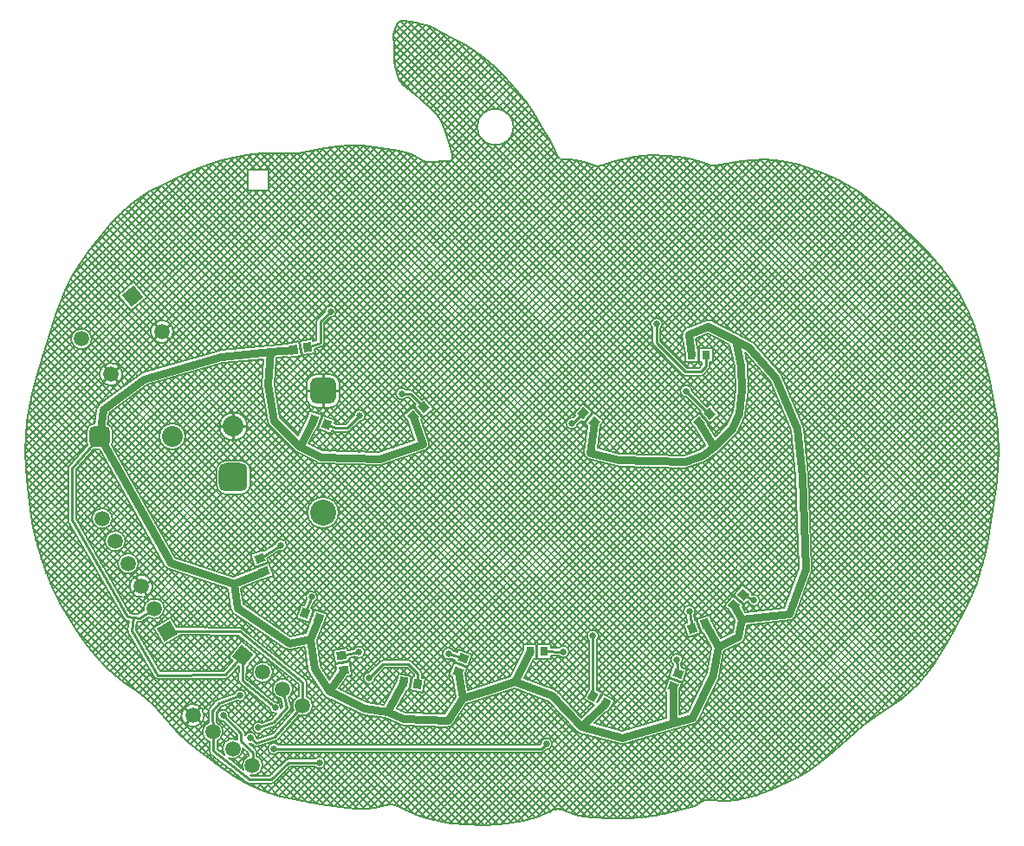
<source format=gbr>
G04 Layer_Physical_Order=1*
G04 Layer_Color=255*
%FSLAX26Y26*%
%MOIN*%
%TF.FileFunction,Copper,L1,Top,Signal*%
%TF.Part,Single*%
%TFFileComment,Halloween PCB
Pumpkin Badge
V1
Gadorach
(W.W.S.)*%
G01*
G75*
%TA.AperFunction,NonConductor*%
%ADD10C,0.008000*%
%TA.AperFunction,SMDPad,CuDef*%
G04:AMPARAMS|DCode=11|XSize=35.433mil|YSize=31.496mil|CornerRadius=0mil|HoleSize=0mil|Usage=FLASHONLY|Rotation=160.000|XOffset=0mil|YOffset=0mil|HoleType=Round|Shape=Rectangle|*
%AMROTATEDRECTD11*
4,1,4,0.022034,0.008739,0.011262,-0.020858,-0.022034,-0.008739,-0.011262,0.020858,0.022034,0.008739,0.0*
%
%ADD11ROTATEDRECTD11*%

G04:AMPARAMS|DCode=12|XSize=35.433mil|YSize=31.496mil|CornerRadius=0mil|HoleSize=0mil|Usage=FLASHONLY|Rotation=80.000|XOffset=0mil|YOffset=0mil|HoleType=Round|Shape=Rectangle|*
%AMROTATEDRECTD12*
4,1,4,0.012432,-0.020182,-0.018585,-0.014713,-0.012432,0.020182,0.018585,0.014713,0.012432,-0.020182,0.0*
%
%ADD12ROTATEDRECTD12*%

G04:AMPARAMS|DCode=13|XSize=35.433mil|YSize=31.496mil|CornerRadius=0mil|HoleSize=0mil|Usage=FLASHONLY|Rotation=190.000|XOffset=0mil|YOffset=0mil|HoleType=Round|Shape=Rectangle|*
%AMROTATEDRECTD13*
4,1,4,0.014713,0.018585,0.020182,-0.012432,-0.014713,-0.018585,-0.020182,0.012432,0.014713,0.018585,0.0*
%
%ADD13ROTATEDRECTD13*%

G04:AMPARAMS|DCode=14|XSize=35.433mil|YSize=31.496mil|CornerRadius=0mil|HoleSize=0mil|Usage=FLASHONLY|Rotation=250.000|XOffset=0mil|YOffset=0mil|HoleType=Round|Shape=Rectangle|*
%AMROTATEDRECTD14*
4,1,4,-0.008739,0.022034,0.020858,0.011262,0.008739,-0.022034,-0.020858,-0.011262,-0.008739,0.022034,0.0*
%
%ADD14ROTATEDRECTD14*%

G04:AMPARAMS|DCode=15|XSize=35.433mil|YSize=31.496mil|CornerRadius=0mil|HoleSize=0mil|Usage=FLASHONLY|Rotation=200.000|XOffset=0mil|YOffset=0mil|HoleType=Round|Shape=Rectangle|*
%AMROTATEDRECTD15*
4,1,4,0.011262,0.020858,0.022034,-0.008739,-0.011262,-0.020858,-0.022034,0.008739,0.011262,0.020858,0.0*
%
%ADD15ROTATEDRECTD15*%

G04:AMPARAMS|DCode=16|XSize=35.433mil|YSize=31.496mil|CornerRadius=0mil|HoleSize=0mil|Usage=FLASHONLY|Rotation=130.000|XOffset=0mil|YOffset=0mil|HoleType=Round|Shape=Rectangle|*
%AMROTATEDRECTD16*
4,1,4,0.023452,-0.003449,-0.000676,-0.023694,-0.023452,0.003449,0.000676,0.023694,0.023452,-0.003449,0.0*
%
%ADD16ROTATEDRECTD16*%

G04:AMPARAMS|DCode=17|XSize=35.433mil|YSize=31.496mil|CornerRadius=0mil|HoleSize=0mil|Usage=FLASHONLY|Rotation=100.000|XOffset=0mil|YOffset=0mil|HoleType=Round|Shape=Rectangle|*
%AMROTATEDRECTD17*
4,1,4,0.018585,-0.014713,-0.012432,-0.020182,-0.018585,0.014713,0.012432,0.020182,0.018585,-0.014713,0.0*
%
%ADD17ROTATEDRECTD17*%

%ADD18R,0.031496X0.035433*%
G04:AMPARAMS|DCode=19|XSize=35.433mil|YSize=31.496mil|CornerRadius=0mil|HoleSize=0mil|Usage=FLASHONLY|Rotation=230.000|XOffset=0mil|YOffset=0mil|HoleType=Round|Shape=Rectangle|*
%AMROTATEDRECTD19*
4,1,4,-0.000676,0.023694,0.023452,0.003449,0.000676,-0.023694,-0.023452,-0.003449,-0.000676,0.023694,0.0*
%
%ADD19ROTATEDRECTD19*%

G04:AMPARAMS|DCode=20|XSize=35.433mil|YSize=31.496mil|CornerRadius=0mil|HoleSize=0mil|Usage=FLASHONLY|Rotation=140.000|XOffset=0mil|YOffset=0mil|HoleType=Round|Shape=Rectangle|*
%AMROTATEDRECTD20*
4,1,4,0.023694,0.000676,0.003449,-0.023452,-0.023694,-0.000676,-0.003449,0.023452,0.023694,0.000676,0.0*
%
%ADD20ROTATEDRECTD20*%

G04:AMPARAMS|DCode=21|XSize=35.433mil|YSize=31.496mil|CornerRadius=0mil|HoleSize=0mil|Usage=FLASHONLY|Rotation=290.000|XOffset=0mil|YOffset=0mil|HoleType=Round|Shape=Rectangle|*
%AMROTATEDRECTD21*
4,1,4,-0.020858,0.011262,0.008739,0.022034,0.020858,-0.011262,-0.008739,-0.022034,-0.020858,0.011262,0.0*
%
%ADD21ROTATEDRECTD21*%

G04:AMPARAMS|DCode=22|XSize=35.433mil|YSize=31.496mil|CornerRadius=0mil|HoleSize=0mil|Usage=FLASHONLY|Rotation=240.000|XOffset=0mil|YOffset=0mil|HoleType=Round|Shape=Rectangle|*
%AMROTATEDRECTD22*
4,1,4,-0.004780,0.023217,0.022497,0.007469,0.004780,-0.023217,-0.022497,-0.007469,-0.004780,0.023217,0.0*
%
%ADD22ROTATEDRECTD22*%

%TA.AperFunction,NonConductor*%
%ADD23C,0.010000*%
%TA.AperFunction,Conductor*%
%ADD24C,0.010000*%
%ADD25C,0.030000*%
%TA.AperFunction,ViaPad*%
%ADD26C,0.025000*%
%TA.AperFunction,ComponentPad*%
%ADD27P,0.083516X4X265.0*%
%ADD28C,0.059055*%
%ADD29C,0.080000*%
G04:AMPARAMS|DCode=30|XSize=110mil|YSize=110mil|CornerRadius=27.5mil|HoleSize=0mil|Usage=FLASHONLY|Rotation=90.000|XOffset=0mil|YOffset=0mil|HoleType=Round|Shape=RoundedRectangle|*
%AMROUNDEDRECTD30*
21,1,0.110000,0.055000,0,0,90.0*
21,1,0.055000,0.110000,0,0,90.0*
1,1,0.055000,0.027500,0.027500*
1,1,0.055000,0.027500,-0.027500*
1,1,0.055000,-0.027500,-0.027500*
1,1,0.055000,-0.027500,0.027500*
%
%ADD30ROUNDEDRECTD30*%
%ADD31P,0.083516X4X165.0*%
%ADD32P,0.083516X4X275.0*%
G04:AMPARAMS|DCode=33|XSize=80mil|YSize=80mil|CornerRadius=20mil|HoleSize=0mil|Usage=FLASHONLY|Rotation=180.000|XOffset=0mil|YOffset=0mil|HoleType=Round|Shape=RoundedRectangle|*
%AMROUNDEDRECTD33*
21,1,0.080000,0.040000,0,0,180.0*
21,1,0.040000,0.080000,0,0,180.0*
1,1,0.040000,-0.020000,0.020000*
1,1,0.040000,0.020000,0.020000*
1,1,0.040000,0.020000,-0.020000*
1,1,0.040000,-0.020000,-0.020000*
%
%ADD33ROUNDEDRECTD33*%
%ADD34C,0.100000*%
G04:AMPARAMS|DCode=35|XSize=100mil|YSize=100mil|CornerRadius=25mil|HoleSize=0mil|Usage=FLASHONLY|Rotation=180.000|XOffset=0mil|YOffset=0mil|HoleType=Round|Shape=RoundedRectangle|*
%AMROUNDEDRECTD35*
21,1,0.100000,0.050000,0,0,180.0*
21,1,0.050000,0.100000,0,0,180.0*
1,1,0.050000,-0.025000,0.025000*
1,1,0.050000,0.025000,0.025000*
1,1,0.050000,0.025000,-0.025000*
1,1,0.050000,-0.025000,-0.025000*
%
%ADD35ROUNDEDRECTD35*%
D10*
X4796520Y3214179D02*
G03*
X4789491Y3219679I-18673J-16623D01*
G01*
X4796495Y3214206D02*
G03*
X4789491Y3219679I-18648J-16650D01*
G01*
X4772551Y3129912D02*
G03*
X4771915Y3134799I-24988J-767D01*
G01*
X4772551Y3129938D02*
G03*
X4771907Y3134836I-24987J-793D01*
G01*
X4633379Y3301843D02*
G03*
X4612120Y3302797I-11644J-22123D01*
G01*
X4633379Y3301843D02*
G03*
X4612094Y3302786I-11644J-22123D01*
G01*
X4623683Y3113658D02*
G03*
X4628076Y3124265I-10607J10607D01*
G01*
X4623689Y3113664D02*
G03*
X4628076Y3124265I-10613J10601D01*
G01*
X4988969Y2886374D02*
G03*
X4987130Y2893657I-24883J-2411D01*
G01*
X4988965Y2886413D02*
G03*
X4987130Y2893657I-24880J-2450D01*
G01*
X5019088Y2337273D02*
G03*
X5020582Y2345787I-23506J8514D01*
G01*
X5019082Y2337258D02*
G03*
X5020582Y2345787I-23500J8530D01*
G01*
X4903596Y3092220D02*
G03*
X4899176Y3099204I-23044J-9694D01*
G01*
X4903596Y3092220D02*
G03*
X4899201Y3099177I-23044J-9694D01*
G01*
X4762800Y2933887D02*
G03*
X4764805Y2941150I-22820J10209D01*
G01*
X4762800Y2933887D02*
G03*
X4764805Y2941150I-22820J10209D01*
G01*
X4820607Y2223865D02*
G03*
X4792469Y2245647I-22500J0D01*
G01*
X4776208Y2218699D02*
G03*
X4820607Y2223865I21899J5166D01*
G01*
X4935231Y2147013D02*
G03*
X4956101Y2163375I-2642J24860D01*
G01*
X4935189Y2147009D02*
G03*
X4956095Y2163359I-2599J24864D01*
G01*
X4732243Y2869160D02*
G03*
X4737014Y2876249I-18050J17298D01*
G01*
X4732218Y2869133D02*
G03*
X4737014Y2876249I-18024J17324D01*
G01*
X4659084Y2793403D02*
G03*
X4662496Y2796381I-14663J20248D01*
G01*
X4659065Y2793389D02*
G03*
X4662496Y2796381I-14644J20262D01*
G01*
X4659065Y2793389D02*
G03*
X4662471Y2796354I-14644J20262D01*
G01*
X4608731Y2758216D02*
G03*
X4615116Y2761564I-8297J23583D01*
G01*
X4608710Y2758208D02*
G03*
X4615097Y2761550I-8276J23590D01*
G01*
X3872796Y4046367D02*
G03*
X3872796Y4046367I-70000J0D01*
G01*
X4536885Y3271449D02*
G03*
X4521725Y3244833I9590J-23088D01*
G01*
X4536859Y3271439D02*
G03*
X4521725Y3244833I9615J-23077D01*
G01*
X4445643Y3288481D02*
G03*
X4408143Y3271710I-22500J0D01*
G01*
X4438143D02*
G03*
X4445643Y3288481I-15000J16770D01*
G01*
X4592250Y3088438D02*
G03*
X4602856Y3092832I0J15000D01*
G01*
X4592250Y3088438D02*
G03*
X4602850Y3092826I0J15000D01*
G01*
X4408143Y3214699D02*
G03*
X4412536Y3204093I15000J0D01*
G01*
X4408143Y3214699D02*
G03*
X4412530Y3204099I15000J0D01*
G01*
X4523803Y3092826D02*
G03*
X4534404Y3088438I10601J10613D01*
G01*
X4523797Y3092832D02*
G03*
X4534404Y3088438I10607J10607D01*
G01*
X4559006Y3029477D02*
G03*
X4537758Y3007012I-22500J0D01*
G01*
X4566648Y2167837D02*
G03*
X4571845Y2182220I-17303J14383D01*
G01*
D02*
G03*
X4536974Y2163426I-22500J0D01*
G01*
X4532056Y2732986D02*
G03*
X4541042Y2734402I668J24991D01*
G01*
X4532056Y2732986D02*
G03*
X4541021Y2734394I668J24991D01*
G01*
X4270510Y2740589D02*
G03*
X4275977Y2739834I6136J24235D01*
G01*
X4270510Y2740589D02*
G03*
X4275977Y2739834I6136J24235D01*
G01*
X3486105Y3029852D02*
G03*
X3475505Y3034239I-10601J-10613D01*
G01*
X3486111Y3029846D02*
G03*
X3475505Y3034239I-10607J-10607D01*
G01*
X3459085D02*
G03*
X3459085Y3004239I-16770J-15000D01*
G01*
X3302568Y2934958D02*
G03*
X3257602Y2933706I-22500J0D01*
G01*
X3278816Y2912493D02*
G03*
X3302568Y2934958I1252J22465D01*
G01*
X4102001Y2927194D02*
G03*
X4119654Y2902421I-4676J-22009D01*
G01*
X4143651Y2795278D02*
G03*
X4162327Y2767977I24811J-3065D01*
G01*
X3548600Y2824621D02*
G03*
X3547170Y2832957I-25000J0D01*
G01*
X4143648Y2795252D02*
G03*
X4162327Y2767977I24815J-3039D01*
G01*
X3531506Y2800904D02*
G03*
X3548600Y2824621I-7906J23717D01*
G01*
X3531506Y2800904D02*
G03*
X3548600Y2824621I-7906J23717D01*
G01*
D02*
G03*
X3547170Y2832957I-25000J0D01*
G01*
X3232759Y2872649D02*
G03*
X3243360Y2877037I0J15000D01*
G01*
X3355691Y2743917D02*
G03*
X3364359Y2745188I762J24988D01*
G01*
X3355702Y2743916D02*
G03*
X3364359Y2745188I751J24989D01*
G01*
X3232759Y2872649D02*
G03*
X3243365Y2877043I0J15000D01*
G01*
X4749116Y2061448D02*
G03*
X4762546Y2079414I-11180J22361D01*
G01*
X4749116Y2061448D02*
G03*
X4762546Y2079414I-11180J22361D01*
G01*
X4523279Y1995864D02*
G03*
X4487420Y1977759I-22500J0D01*
G01*
X4200490Y2087197D02*
G03*
X4163026Y2070395I-22500J0D01*
G01*
X4193026Y2070458D02*
G03*
X4200490Y2087197I-15036J16739D01*
G01*
X4662375Y1925855D02*
G03*
X4664422Y1932208I-22559J10774D01*
G01*
X4662358Y1925818D02*
G03*
X4664413Y1932158I-22541J10811D01*
G01*
X4517287Y1980575D02*
G03*
X4523279Y1995864I-16508J15288D01*
G01*
X4567568Y1748073D02*
G03*
X4583897Y1761542I-6247J24207D01*
G01*
X4567537Y1748065D02*
G03*
X4583880Y1761505I-6217J24215D01*
G01*
X4285252Y1672029D02*
G03*
X4298501Y1672240I6241J24208D01*
G01*
X4285224Y1672036D02*
G03*
X4298481Y1672234I6269J24201D01*
G01*
X4086385Y2026236D02*
G03*
X4047208Y2041340I-22500J0D01*
G01*
X4047021Y2011341D02*
G03*
X4086385Y2026236I16864J14895D01*
G01*
X3642794Y2027969D02*
G03*
X3634222Y1999220I-20357J-9583D01*
G01*
X3519270Y1943034D02*
G03*
X3514877Y1953640I-15000J0D01*
G01*
X3519270Y1943034D02*
G03*
X3514883Y1953634I-15000J0D01*
G01*
X4038572Y1874117D02*
G03*
X4029442Y1880230I-18134J-17209D01*
G01*
X4038595Y1874093D02*
G03*
X4029480Y1880215I-18157J-17185D01*
G01*
X3479022Y1989495D02*
G03*
X3468415Y1993888I-10607J-10607D01*
G01*
X3479016Y1989501D02*
G03*
X3468415Y1993888I-10601J-10613D01*
G01*
X3264446Y2006553D02*
G03*
X3300386Y2024597I13440J18045D01*
G01*
D02*
G03*
X3258460Y2035949I-22500J0D01*
G01*
X3371587Y1993888D02*
G03*
X3360981Y1989495I0J-15000D01*
G01*
X3371587Y1993888D02*
G03*
X3360987Y1989501I0J-15000D01*
G01*
X3318369Y1946883D02*
G03*
X3339617Y1924418I-1252J-22465D01*
G01*
X4116345Y1719527D02*
G03*
X4128288Y1712496I18157J17185D01*
G01*
X4116368Y1719503D02*
G03*
X4128288Y1712496I18134J17209D01*
G01*
X4116345Y1719527D02*
G03*
X4128261Y1712503I18157J17185D01*
G01*
X4021434Y1671614D02*
G03*
X3976469Y1670362I-22500J0D01*
G01*
X3618464Y1736258D02*
G03*
X3640298Y1747556I912J24983D01*
G01*
X3618464Y1736258D02*
G03*
X3640268Y1747512I912J24983D01*
G01*
X3997683Y1649149D02*
G03*
X4021434Y1671614I1252J22465D01*
G01*
X3980393Y1638072D02*
G03*
X3990993Y1642460I0J15000D01*
G01*
X3980393Y1638072D02*
G03*
X3990999Y1642466I0J15000D01*
G01*
X3291012Y1785255D02*
G03*
X3298224Y1783093I10702J22593D01*
G01*
X3290981Y1785270D02*
G03*
X3298179Y1783099I10733J22579D01*
G01*
X3441234Y1744511D02*
G03*
X3450434Y1742390I10113J22863D01*
G01*
X3441234Y1744511D02*
G03*
X3450434Y1742390I10113J22863D01*
G01*
X3191047Y3336161D02*
G03*
X3146082Y3334909I-22500J0D01*
G01*
X3167295Y3313696D02*
G03*
X3191047Y3336161I1252J22465D01*
G01*
X3134532Y3201267D02*
G03*
X3144744Y3215482I-4788J14215D01*
G01*
X3134515Y3201261D02*
G03*
X3144744Y3215482I-4771J14221D01*
G01*
X3119138Y3307965D02*
G03*
X3114744Y3297358I10607J-10607D01*
G01*
X3119132Y3307959D02*
G03*
X3114744Y3297358I10613J-10601D01*
G01*
X3204000Y3055000D02*
G03*
X3165000Y3094000I-39000J0D01*
G01*
Y2966000D02*
G03*
X3204000Y3005000I0J39000D01*
G01*
X3115000Y3094000D02*
G03*
X3076000Y3055000I0J-39000D01*
G01*
Y3005000D02*
G03*
X3115000Y2966000I39000J0D01*
G01*
X3182170Y2873720D02*
G03*
X3187735Y2872649I5565J13930D01*
G01*
X3182170Y2873720D02*
G03*
X3187735Y2872649I5565J13930D01*
G01*
X3200000Y2561496D02*
G03*
X3200000Y2561496I-60000J0D01*
G01*
X3033183Y2798501D02*
G03*
X3039680Y2793818I17678J17678D01*
G01*
X3033183Y2798501D02*
G03*
X3039680Y2793818I17678J17678D01*
G01*
X3033183Y2798501D02*
G03*
X3039680Y2793818I17678J17678D01*
G01*
X3120721Y2753298D02*
G03*
X3131150Y2750670I11180J22361D01*
G01*
X3120721Y2753298D02*
G03*
X3131161Y2750669I11180J22361D01*
G01*
X2971688Y2414697D02*
G03*
X3000713Y2436230I6525J21533D01*
G01*
D02*
G03*
X2956089Y2440323I-22500J0D01*
G01*
X2926600Y2911609D02*
G03*
X2933570Y2898114I24648J4183D01*
G01*
X2926604Y2911585D02*
G03*
X2933570Y2898114I24643J4207D01*
G01*
X2902689Y3056212D02*
G03*
X2902971Y3050005I24922J-1975D01*
G01*
X2902689Y3056212D02*
G03*
X2902967Y3050030I24922J-1975D01*
G01*
X2860000Y2724074D02*
G03*
X2822500Y2761574I-37500J0D01*
G01*
Y2631574D02*
G03*
X2860000Y2669074I0J37500D01*
G01*
X2849000Y2893426D02*
G03*
X2849000Y2893426I-54000J0D01*
G01*
X2563879Y3259079D02*
G03*
X2492372Y3292423I-43528J0D01*
G01*
D02*
G03*
X2548330Y3225735I27979J-33344D01*
G01*
X2745482Y3186793D02*
G03*
X2740920Y3185922I2389J-24886D01*
G01*
X2745438Y3186789D02*
G03*
X2740920Y3185922I2434J-24881D01*
G01*
X2548330Y3225735D02*
G03*
X2563879Y3259079I-27979J33344D01*
G01*
X2444064Y3099990D02*
G03*
X2435976Y3095946I6952J-24014D01*
G01*
X2444064Y3099990D02*
G03*
X2435976Y3095946I6952J-24014D01*
G01*
X2367844Y3094586D02*
G03*
X2296337Y3127930I-43528J0D01*
G01*
X2609764Y2855000D02*
G03*
X2609764Y2855000I-50000J0D01*
G01*
X2352295Y3061242D02*
G03*
X2367844Y3094586I-27979J33344D01*
G01*
X2330236Y2875000D02*
G03*
X2311342Y2902869I-30000J0D01*
G01*
X2235844Y3200023D02*
G03*
X2249964Y3230303I-25408J30280D01*
G01*
D02*
G03*
X2185028Y3260583I-39528J0D01*
G01*
D02*
G03*
X2235844Y3200023I25408J-30280D01*
G01*
X2296337Y3127930D02*
G03*
X2352295Y3061242I27979J-33344D01*
G01*
X2277783Y2976813D02*
G03*
X2268011Y2959909I15039J-19970D01*
G01*
X2277783Y2976813D02*
G03*
X2268006Y2959863I15039J-19970D01*
G01*
X2260236Y2905000D02*
G03*
X2230236Y2875000I0J-30000D01*
G01*
X2767500Y2761574D02*
G03*
X2730000Y2724074I0J-37500D01*
G01*
Y2669074D02*
G03*
X2767500Y2631574I37500J0D01*
G01*
X2327322Y2822102D02*
G03*
X2330236Y2835000I-27086J12898D01*
G01*
X2329528Y2538206D02*
G03*
X2324232Y2557970I-39528J0D01*
G01*
X2379528Y2451602D02*
G03*
X2374232Y2471366I-39528J0D01*
G01*
D02*
G03*
X2305768Y2431838I-34232J-19764D01*
G01*
D02*
G03*
X2379528Y2451602I34232J19764D01*
G01*
X2531744Y2354909D02*
G03*
X2545875Y2343337I21811J12219D01*
G01*
X2531717Y2354957D02*
G03*
X2545830Y2343351I21837J12171D01*
G01*
X2483528Y2278398D02*
G03*
X2477696Y2300162I-43528J0D01*
G01*
X2429528Y2365000D02*
G03*
X2424232Y2384764I-39528J0D01*
G01*
X2355768Y2345236D02*
G03*
X2429528Y2365000I34232J19764D01*
G01*
X2424232Y2384764D02*
G03*
X2355768Y2345236I-34232J-19764D01*
G01*
X2402304Y2256634D02*
G03*
X2483528Y2278398I37696J21764D01*
G01*
X2477696Y2300162D02*
G03*
X2402304Y2256634I-37696J-21764D01*
G01*
X2256848Y2805192D02*
G03*
X2260236Y2805000I3388J29808D01*
G01*
X2230236Y2835000D02*
G03*
X2232687Y2823123I30000J0D01*
G01*
X2162601Y2742417D02*
G03*
X2158926Y2732582I11325J-9835D01*
G01*
X2162601Y2742417D02*
G03*
X2158926Y2732582I11325J-9835D01*
G01*
X2255768Y2518442D02*
G03*
X2329528Y2538206I34232J19764D01*
G01*
X2324232Y2557970D02*
G03*
X2255768Y2518442I-34232J-19764D01*
G01*
X2158926Y2533400D02*
G03*
X2160894Y2525972I15000J0D01*
G01*
X2158926Y2533400D02*
G03*
X2160894Y2525972I15000J0D01*
G01*
X3103630Y2215793D02*
G03*
X3118243Y2236865I-7888J21072D01*
G01*
D02*
G03*
X3075677Y2226685I-22500J0D01*
G01*
X3080683Y1959172D02*
G03*
X3084408Y1948926I24793J3214D01*
G01*
X3080686Y1959152D02*
G03*
X3084427Y1948898I24790J3233D01*
G01*
X3076324Y1909496D02*
G03*
X3070726Y1921184I-15000J0D01*
G01*
X3076324Y1909496D02*
G03*
X3070726Y1921184I-15000J0D01*
G01*
X2994479Y2038637D02*
G03*
X3013345Y2034736I14104J20641D01*
G01*
X2994511Y2038615D02*
G03*
X3013345Y2034736I14072J20664D01*
G01*
X3024248Y1882768D02*
G03*
X2954440Y1908176I-39528J0D01*
G01*
X2938396Y1921638D02*
G03*
X2947644Y1947046I-30280J25408D01*
G01*
D02*
G03*
X2877836Y1972454I-39528J0D01*
G01*
D02*
G03*
X2938396Y1921638I30280J-25408D01*
G01*
X2954440Y1908176D02*
G03*
X2977990Y1843818I30280J-25408D01*
G01*
X3140809Y1860647D02*
G03*
X3151224Y1851470I21085J13431D01*
G01*
X3140827Y1860619D02*
G03*
X3151224Y1851470I21067J13460D01*
G01*
X3140809Y1860647D02*
G03*
X3151192Y1851485I21085J13431D01*
G01*
X3100852Y1818488D02*
G03*
X3076324Y1855059I-39528J0D01*
G01*
X3091604Y1793080D02*
G03*
X3100852Y1818488I-30280J25408D01*
G01*
X3048231Y1781192D02*
G03*
X3091604Y1793080I13093J37296D01*
G01*
X3015000Y1857360D02*
G03*
X3024248Y1882768I-30280J25408D01*
G01*
X3046324Y1855059D02*
G03*
X3031044Y1843896I15000J-36571D01*
G01*
D02*
G03*
X3025813Y1801128I30280J-25408D01*
G01*
X3007279Y1850310D02*
G03*
X3015000Y1857360I-22559J32458D01*
G01*
X3015834Y1810076D02*
G03*
X3015479Y1813322I-15000J0D01*
G01*
X3011994Y1800053D02*
G03*
X3015834Y1810076I-11160J10023D01*
G01*
D02*
G03*
X3015476Y1813334I-15000J0D01*
G01*
X3011994Y1800053D02*
G03*
X3015834Y1810076I-11160J10023D01*
G01*
X3147754Y1598646D02*
G03*
X3108483Y1613646I-22500J0D01*
G01*
Y1583646D02*
G03*
X3147754Y1598646I16770J15000D01*
G01*
X3006414Y1613646D02*
G03*
X2995808Y1609253I0J-15000D01*
G01*
X3006414Y1613646D02*
G03*
X2995814Y1609259I0J-15000D01*
G01*
X2977517Y1806563D02*
G03*
X2977816Y1810220I-22201J3657D01*
G01*
D02*
G03*
X2952044Y1832481I-22500J0D01*
G01*
X2932829Y1809441D02*
G03*
X2961328Y1788538I22486J779D01*
G01*
X2958949Y1683962D02*
G03*
X2965617Y1688290I-4541J14296D01*
G01*
X2954598Y1739038D02*
G03*
X2960954Y1743225I-4804J14210D01*
G01*
X2954624Y1739047D02*
G03*
X2960954Y1743225I-4830J14201D01*
G01*
X2958919Y1683953D02*
G03*
X2965617Y1688290I-4511J14306D01*
G01*
X2902845Y1753123D02*
G03*
X2912505Y1724721I-11047J-19601D01*
G01*
X2967247Y1668072D02*
G03*
X2967247Y1638072I-16770J-15000D01*
G01*
X2898768Y1563268D02*
G03*
X2908016Y1588676I-30280J25408D01*
G01*
X2874388Y1664000D02*
G03*
X2888237Y1661499I9278J11786D01*
G01*
X2908016Y1588676D02*
G03*
X2883503Y1625241I-39528J0D01*
G01*
X2941042Y1518276D02*
G03*
X2951648Y1522669I0J15000D01*
G01*
X2941042Y1518276D02*
G03*
X2951642Y1522663I0J15000D01*
G01*
X2859795Y1550116D02*
G03*
X2898768Y1563268I8693J38560D01*
G01*
X2783923Y2191838D02*
G03*
X2794593Y2174756I24742J3581D01*
G01*
X2783923Y2191838D02*
G03*
X2794626Y2174733I24742J3581D01*
G01*
X2828214Y2116266D02*
G03*
X2818845Y2119578I-9402J-11688D01*
G01*
X2828214Y2116266D02*
G03*
X2818845Y2119578I-9402J-11688D01*
G01*
X2529528Y2191794D02*
G03*
X2524232Y2211558I-39528J0D01*
G01*
D02*
G03*
X2451083Y2184876I-34232J-19764D01*
G01*
X2467149Y2159541D02*
G03*
X2529528Y2191794I22851J32253D01*
G01*
X2430035Y2140074D02*
G03*
X2439945Y2142289I1877J14882D01*
G01*
X2430051Y2140072D02*
G03*
X2439945Y2142289I1861J14884D01*
G01*
X2373354Y2153218D02*
G03*
X2384526Y2145762I13032J7428D01*
G01*
X2373354Y2153218D02*
G03*
X2384526Y2145762I13032J7428D01*
G01*
X2388217Y2109186D02*
G03*
X2390152Y2099806I14889J-1818D01*
G01*
X2388213Y2109153D02*
G03*
X2390161Y2099790I14893J-1785D01*
G01*
X2810143Y1838179D02*
G03*
X2842992Y1858158I10349J19979D01*
G01*
D02*
G03*
X2799487Y1866223I-22500J0D01*
G01*
X2882398Y1695875D02*
G03*
X2839812Y1704514I-22456J-1413D01*
G01*
Y1711678D02*
G03*
X2835364Y1722340I-15000J0D01*
G01*
X2839812Y1711678D02*
G03*
X2835349Y1722354I-15000J0D01*
G01*
X2764981Y1922178D02*
G03*
X2776027Y1927148I-107J15000D01*
G01*
X2814302Y1915680D02*
G03*
X2819691Y1903794I14995J-366D01*
G01*
X2814302Y1915660D02*
G03*
X2819691Y1903794I14996J-346D01*
G01*
X2764956Y1922178D02*
G03*
X2776030Y1927151I-82J15000D01*
G01*
X2745560Y1691824D02*
G03*
X2754808Y1717232I-30280J25408D01*
G01*
X2874363Y1664019D02*
G03*
X2888207Y1661490I9303J11767D01*
G01*
X2883503Y1639430D02*
G03*
X2879110Y1650037I-15000J0D01*
G01*
X2883503Y1639430D02*
G03*
X2879116Y1650031I-15000J0D01*
G01*
X2856991Y1672156D02*
G03*
X2863841Y1672302I2951J22306D01*
G01*
X2847513Y1521544D02*
G03*
X2856860Y1518276I9347J11732D01*
G01*
X2853503Y1625253D02*
G03*
X2838208Y1614084I14985J-36577D01*
G01*
X2847513Y1521544D02*
G03*
X2856860Y1518276I9347J11732D01*
G01*
X2822164Y1627546D02*
G03*
X2831412Y1652954I-30280J25408D01*
G01*
X2838208Y1614084D02*
G03*
X2832845Y1571587I30280J-25408D01*
G01*
X2809812Y1688182D02*
G03*
X2761604Y1678362I-17928J-35228D01*
G01*
X2776324Y1616618D02*
G03*
X2822164Y1627546I15560J36336D01*
G01*
X2761604Y1678362D02*
G03*
X2759943Y1629668I30280J-25408D01*
G01*
X2733910Y1841306D02*
G03*
X2727865Y1837086I5300J-14032D01*
G01*
X2733882Y1841296D02*
G03*
X2727865Y1837086I5328J-14022D01*
G01*
X2702334Y1807567D02*
G03*
X2698682Y1797456I11345J-9812D01*
G01*
X2702334Y1807567D02*
G03*
X2698683Y1797423I11345J-9812D01*
G01*
X2490590Y1927756D02*
G03*
X2503675Y1920319I12954J7562D01*
G01*
X2490581Y1927771D02*
G03*
X2503651Y1920318I12963J7547D01*
G01*
X2682204Y1781512D02*
G03*
X2605332Y1809491I-43528J0D01*
G01*
X2777671Y1780601D02*
G03*
X2756540Y1758143I-22500J0D01*
G01*
X2754808Y1717232D02*
G03*
X2729550Y1754094I-39528J0D01*
G01*
X2732576Y1681689D02*
G03*
X2745560Y1691824I-17296J35543D01*
G01*
X2685000Y1742640D02*
G03*
X2702576Y1679802I30280J-25408D01*
G01*
Y1644244D02*
G03*
X2708229Y1632512I15000J0D01*
G01*
X2702576Y1644244D02*
G03*
X2708229Y1632512I15000J0D01*
G01*
X2672020Y1753533D02*
G03*
X2682204Y1781512I-33344J27979D01*
G01*
X2699556Y1753498D02*
G03*
X2685000Y1742640I15724J-36266D01*
G01*
X2605332Y1809491D02*
G03*
X2672020Y1753533I33344J-27979D01*
G01*
X5314483Y3708202D02*
X5522576Y3500109D01*
X5353501Y3673881D02*
X5418810Y3612738D01*
X5302302Y3718916D02*
X5353501Y3673881D01*
X5072420Y3865412D02*
X5637550Y3300282D01*
X5126149Y3839967D02*
X5616654Y3349462D01*
X5193900Y3800501D02*
X5585882Y3408518D01*
X4947765Y3905213D02*
X5678865Y3174114D01*
X4985414Y3895849D02*
X5667454Y3213809D01*
X5026467Y3883081D02*
X5653632Y3255915D01*
X4912656Y3912039D02*
X5689101Y3135594D01*
X4837290Y3168517D02*
X5347730Y3678957D01*
X5573873Y3429268D02*
X5597997Y3387586D01*
X5620851Y3340885D01*
X5545012Y3471619D02*
X5573873Y3429268D01*
X5642727Y3287693D02*
X5664210Y3225092D01*
X5684348Y3155042D01*
X5620851Y3340885D02*
X5642727Y3287693D01*
X5469223Y3561736D02*
X5510531Y3515403D01*
X5545012Y3471619D01*
X5418810Y3612738D02*
X5469223Y3561736D01*
X4863973Y3138631D02*
X5377115Y3651773D01*
X4850631Y3153574D02*
X5362507Y3665450D01*
X5063565Y3869371D02*
X5108847Y3849126D01*
X5153274Y3825609D01*
X5017391Y3886434D02*
X5063565Y3869371D01*
X5198879Y3797423D02*
X5247248Y3763092D01*
X5302302Y3718916D01*
X5153274Y3825609D02*
X5198879Y3797423D01*
X4835721Y3919977D02*
X4879728Y3916853D01*
X4924942Y3910242D01*
X4793193Y3919712D02*
X4835721Y3919977D01*
X4970990Y3900096D02*
X5017391Y3886434D01*
X4924942Y3910242D02*
X4970990Y3900096D01*
X4797265Y3213345D02*
X5302586Y3718666D01*
X4823948Y3183459D02*
X5332682Y3692193D01*
X4810606Y3198402D02*
X5317634Y3705430D01*
X4780203Y3224567D02*
X5286906Y3731270D01*
X4772409Y3131920D02*
X4788536Y3148047D01*
X4767221Y3155017D02*
X4775195Y3162990D01*
X5000792Y2766332D02*
X5605899Y3371440D01*
X5003327Y2740584D02*
X5615192Y3352449D01*
X4998256Y2792081D02*
X5596444Y3390269D01*
X5007482Y2688170D02*
X5632317Y3313005D01*
X5008526Y2660930D02*
X5640560Y3292963D01*
X5005863Y2714836D02*
X5624075Y3333047D01*
X4819963Y3919879D02*
X5714291Y3025551D01*
X4849098Y3919027D02*
X5707125Y3061001D01*
X4879544Y3916866D02*
X5698249Y3098161D01*
X4791952Y3919605D02*
X5721456Y2990101D01*
X4995720Y2817829D02*
X5586075Y3408185D01*
X5014788Y2497486D02*
X5681667Y3164365D01*
X5684348Y3155042D02*
X5706140Y3065875D01*
X5013744Y2524727D02*
X5675352Y3186334D01*
X5016876Y2443005D02*
X5693100Y3119229D01*
X5015832Y2470245D02*
X5687545Y3141959D01*
X5010613Y2606448D02*
X5655280Y3251115D01*
X5011657Y2579208D02*
X5662506Y3230057D01*
X5009570Y2633689D02*
X5648053Y3272173D01*
X4848596Y3155853D02*
X5669885Y2334565D01*
X5012701Y2551967D02*
X5669037Y3208303D01*
X4936748Y3013416D02*
X5476691Y3553360D01*
X4945124Y2993508D02*
X5490023Y3538407D01*
X4928373Y3033325D02*
X5463039Y3567992D01*
X4961874Y2953690D02*
X5516283Y3508099D01*
X4970250Y2933781D02*
X5528744Y3492276D01*
X4953499Y2973599D02*
X5503354Y3523454D01*
X4890656Y3108746D02*
X5406331Y3624421D01*
X4903234Y3093039D02*
X5420859Y3610665D01*
X4877315Y3123689D02*
X5391723Y3638097D01*
X4919997Y3053234D02*
X5448980Y3582216D01*
X4911622Y3073143D02*
X5434919Y3596441D01*
X4978625Y2913872D02*
X5541206Y3476452D01*
X4987001Y2893963D02*
X5552974Y3459936D01*
X4796520Y3214179D02*
X4899176Y3099204D01*
X4993184Y2843578D02*
X5575706Y3426100D01*
X4990648Y2869326D02*
X5564437Y3443115D01*
X4768020Y3151577D02*
X4865310Y3054287D01*
X4774226Y3077168D02*
X4815220Y3118162D01*
X4773355Y3104582D02*
X4801878Y3133105D01*
X4772917Y3118396D02*
X4885850Y3005463D01*
X4772551Y3129912D02*
X4775583Y3034406D01*
X4752326Y3916180D02*
X4793193Y3919712D01*
X4597985Y3296908D02*
X5135889Y3834811D01*
X4713225Y3909515D02*
X4752326Y3916180D01*
X4451782Y3207273D02*
X5098334Y3853826D01*
X4549498Y3276705D02*
X5117394Y3844601D01*
X4445486Y3285830D02*
X5038346Y3878690D01*
X4437322Y3305951D02*
X5017694Y3886323D01*
X4438143Y3250203D02*
X5058998Y3871058D01*
X4409326Y3306239D02*
X4995861Y3892773D01*
X4438143Y3221918D02*
X5078789Y3862564D01*
X4082738Y3921712D02*
X4779526Y3224923D01*
X4724610Y3253827D02*
X5239427Y3768644D01*
X4743141Y3244074D02*
X5255521Y3756454D01*
X4706079Y3263580D02*
X5222884Y3780385D01*
X4761672Y3234320D02*
X5271213Y3743862D01*
X4736896Y3247360D02*
X4789491Y3219679D01*
X4650485Y3292840D02*
X5171803Y3814157D01*
X4669016Y3283086D02*
X5189284Y3803354D01*
X4631915Y3302554D02*
X5154322Y3824961D01*
X4687548Y3273333D02*
X5206341Y3792127D01*
X4633379Y3301843D02*
X4736896Y3247360D01*
X4649060Y3899143D02*
X4713225Y3909515D01*
X4629245Y3899710D02*
X4649060Y3899143D01*
X4623060Y3901343D02*
X4629245Y3899710D01*
X4620497Y3252121D02*
X4703487Y3208442D01*
X3855860Y4092022D02*
X4660104Y3287777D01*
X4585086Y3915867D02*
X4623060Y3901343D01*
X3872795Y4046802D02*
X4615633Y3303964D01*
X4053205Y3922961D02*
X4719815Y3256350D01*
X4536885Y3271449D02*
X4612094Y3302786D01*
X4659964Y3231348D02*
X4709721Y3181591D01*
X4638824Y3168041D02*
X4687591Y3216808D01*
X4638027Y3195529D02*
X4669060Y3226561D01*
X4613728Y3249300D02*
X4718274Y3144754D01*
X4628076Y3140095D02*
X4638824D01*
X4573956Y3232729D02*
X4620497Y3252121D01*
X4581459Y3195529D02*
X4631998Y3246068D01*
X4573994Y3232466D02*
X4610931Y3195529D01*
X4609743D02*
X4650529Y3236314D01*
X4587328Y3195529D02*
X4638824D01*
X4528482Y3928517D02*
X5736126Y2720872D01*
X4564110Y3921173D02*
X5738302Y2746981D01*
X4496305Y3932409D02*
X5733770Y2694944D01*
X4435828Y3936318D02*
X5726926Y2645220D01*
X4466066Y3934363D02*
X5730697Y2669733D01*
X4405938Y3937924D02*
X5723154Y2620707D01*
X4379304Y3936273D02*
X5719383Y2596194D01*
X4353563Y3933729D02*
X5715611Y2571681D01*
X4328922Y3930086D02*
X5711840Y2547169D01*
X4305499Y3925225D02*
X5708068Y2522656D01*
X4282392Y3920048D02*
X5704297Y2498143D01*
X4740777Y3914211D02*
X5731638Y2923350D01*
X4716612Y3910092D02*
X5734762Y2891943D01*
X4765918Y3917354D02*
X5726560Y2956713D01*
X4667941Y3902195D02*
X5738897Y2831238D01*
X4692289Y3906131D02*
X5737764Y2860656D01*
X4605513Y3908055D02*
X5739162Y2774405D01*
X4642522Y3899330D02*
X5739904Y2801948D01*
X4259945Y3914210D02*
X5700525Y2473630D01*
X4238318Y3907553D02*
X5696148Y2449724D01*
X4217256Y3900331D02*
X5691523Y2426064D01*
X4628076Y3129009D02*
X4704245Y3205177D01*
X4761963Y3177665D02*
X4771907Y3134836D01*
X4638824Y3140095D02*
Y3195529D01*
X4593762Y3240981D02*
X4723106Y3111638D01*
X4703487Y3208442D02*
X4722654Y3125890D01*
X4558909Y3031558D02*
X4709574Y3182223D01*
X3625656Y3982813D02*
X4629050Y2979419D01*
X4193623Y3895679D02*
X5686898Y2402405D01*
X3545313Y2838206D02*
X4612492Y3905385D01*
X4151821Y3909197D02*
X5681479Y2379539D01*
X4114671Y3918063D02*
X5675843Y2356891D01*
X4762207Y3177536D02*
X4859126Y3068987D01*
X4638824Y3167635D02*
X4724034Y3082426D01*
X4628076Y3124265D02*
Y3140095D01*
X4722654Y3125890D02*
X4725550Y3034669D01*
X4638080Y3140095D02*
X4724961Y3053214D01*
X4627902Y3121989D02*
X4724454Y3025437D01*
X4585558Y3001638D02*
X4720234Y3136313D01*
X4571416Y3015780D02*
X4714904Y3159268D01*
X5721545Y2989663D02*
X5731936Y2921395D01*
X5737954Y2858668D01*
X5706140Y3065875D02*
X5721545Y2989663D01*
X5018963Y2388524D02*
X5704210Y3073771D01*
X5020007Y2361283D02*
X5709243Y3050520D01*
X5017919Y2415764D02*
X5698655Y3096500D01*
X5016138Y2329130D02*
X5713999Y3026992D01*
X4917867Y3058299D02*
X5663063Y2313102D01*
X4938406Y3009475D02*
X5656241Y2291640D01*
X5737954Y2858668D02*
X5739968Y2800083D01*
X5738198Y2743672D02*
X5739968Y2800083D01*
X5732607Y2682143D02*
X5738198Y2743672D01*
X5699432Y2466527D02*
X5732607Y2682143D01*
X5685901Y2397308D02*
X5699432Y2466527D01*
X5671739Y2340398D02*
X5685901Y2397308D01*
X5006870Y2704159D02*
X5020564Y2346744D01*
X4988969Y2886374D02*
X5006764Y2705691D01*
X5656033Y2290987D02*
X5671739Y2340398D01*
X4775096Y3049754D02*
X4828561Y3103220D01*
X4903596Y3092220D02*
X4987130Y2893657D01*
X4859126Y3068987D02*
X4939577Y2877751D01*
X4774772Y3059972D02*
X4926929Y2907814D01*
X4773844Y3089184D02*
X4906390Y2956639D01*
X4770424Y2988514D02*
X4855244Y3073334D01*
X4774232Y3020606D02*
X4841903Y3088277D01*
X4755056Y2916577D02*
X4873440Y3034961D01*
X4766617Y2956422D02*
X4865065Y3054870D01*
X4772465Y3005711D02*
X4943854Y2834322D01*
X4769465Y2980426D02*
X4946944Y2802947D01*
X4775462Y3030997D02*
X4940764Y2865696D01*
X4956935Y2701497D02*
X4970413Y2349710D01*
X4939577Y2877751D02*
X4956935Y2701497D01*
X4764805Y2941150D02*
X4775422Y3030641D01*
X4761760Y2931563D02*
X4953123Y2740199D01*
X4766465Y2955142D02*
X4950033Y2771573D01*
X5000076Y2284783D02*
X5718755Y3003463D01*
X4993404Y2841340D02*
X5622127Y2212617D01*
X4996494Y2809965D02*
X5612936Y2193524D01*
X4999584Y2778591D02*
X5603180Y2174996D01*
X5002674Y2747217D02*
X5593211Y2156680D01*
X5005764Y2715843D02*
X5583243Y2138363D01*
X4984013Y2240436D02*
X5723090Y2979513D01*
X4958946Y2960651D02*
X5648179Y2271418D01*
X4979486Y2911827D02*
X5640078Y2251235D01*
X4967950Y2196089D02*
X5726826Y2954965D01*
X4990315Y2872714D02*
X5631318Y2231710D01*
X4914406Y2195082D02*
X4970413Y2349710D01*
X5636866Y2243235D02*
X5656033Y2290987D01*
X4819702Y2217547D02*
X4969729Y2367574D01*
X5610427Y2188313D02*
X5636866Y2243235D01*
X4956101Y2163375D02*
X5019082Y2337258D01*
X4778796Y2261494D02*
X4966598Y2449296D01*
X4794176Y2248589D02*
X4967641Y2422055D01*
X4763417Y2274399D02*
X4965554Y2476536D01*
X4813830Y2239959D02*
X4968685Y2394814D01*
X4814953Y2184514D02*
X4964885Y2334445D01*
X4792469Y2245647D02*
X4794623Y2248214D01*
X4790696Y2245110D02*
X4794176Y2248589D01*
X4846600Y2187876D02*
X4948822Y2290098D01*
X4878247Y2191239D02*
X4932759Y2245751D01*
X4820548Y2222239D02*
X4854113Y2188675D01*
X4761522Y2208766D02*
X4771847Y2221071D01*
X4776208Y2218699D01*
X4755053Y2209467D02*
X4757623Y2212037D01*
X4768790Y2217428D02*
X4802978Y2183241D01*
X4809838Y2204665D02*
X4828545Y2185958D01*
X4909894Y2194602D02*
X4916697Y2201404D01*
X4783306Y2181151D02*
X4804426Y2202271D01*
X4760038Y2186168D02*
X4782013Y2208142D01*
X4755886Y2202049D02*
X4777410Y2180524D01*
X4753057Y2198678D02*
X4759195Y2205992D01*
X4763983Y2179097D02*
X4914406Y2195082D01*
X4753057Y2198678D02*
X4763983Y2179097D01*
X4638861Y2970088D02*
X4724869Y3056096D01*
X4651766Y2954708D02*
X4724718Y3027661D01*
X4615816Y3105791D02*
X4721454Y3000152D01*
X4715602Y2950826D02*
X4725550Y3034669D01*
X4664671Y2939329D02*
X4720911Y2995569D01*
X4641359Y2967110D02*
X4697688Y2910782D01*
X4599700Y2987496D02*
X4723129Y3110924D01*
X4613842Y2973354D02*
X4723999Y3083510D01*
X4601607Y3091715D02*
X4718455Y2974868D01*
X4576600Y3088438D02*
X4715172Y2949866D01*
X4548316Y3088438D02*
X4706430Y2930324D01*
X4737014Y2876249D02*
X4762800Y2933887D01*
X4744275Y2892479D02*
X4957799Y2678955D01*
X4753017Y2912021D02*
X4956213Y2708825D01*
X4632934Y2879308D02*
X4717103Y2963477D01*
X4693144Y2900625D02*
X4715602Y2950826D01*
X4643799Y2861888D02*
X4701732Y2919822D01*
X4662496Y2796381D02*
X4732218Y2869133D01*
X4648618Y2854162D02*
X4693144Y2900625D01*
X4630212Y2980395D02*
X4665844Y2937930D01*
X4626396Y2904829D02*
X4665844Y2937930D01*
X4617483Y2969713D02*
X4630212Y2980395D01*
X4653017Y2927168D02*
X4686497Y2893689D01*
X4637638Y2914263D02*
X4672655Y2879245D01*
X4622069Y2896727D02*
X4649859Y2924517D01*
X4602862Y3092838D02*
X4623677Y3113652D01*
X4558971Y3028225D02*
X4617483Y2969713D01*
X4612644Y2915586D02*
X4615213Y2918156D01*
X4590764Y2947294D02*
X4626396Y2904829D01*
X4587990Y2944967D02*
X4623622Y2902502D01*
X4622258Y2901358D02*
X4658814Y2864802D01*
X4620238Y2899663D02*
X4648618Y2854162D01*
X4620238Y2899663D02*
X4623622Y2902502D01*
X4615116Y2761564D02*
X4659065Y2793389D01*
X4588712Y2804177D02*
X4610862Y2820216D01*
X4721860Y2858325D02*
X4960052Y2620133D01*
X4708019Y2843882D02*
X4961179Y2590722D01*
X4735343Y2873127D02*
X4958926Y2649544D01*
X4680336Y2814996D02*
X4963433Y2531899D01*
X4666495Y2800553D02*
X4964560Y2502488D01*
X4694177Y2829439D02*
X4962306Y2561311D01*
X4634720Y2775760D02*
X4966814Y2443666D01*
X4618315Y2763881D02*
X4967940Y2414255D01*
X4651124Y2787639D02*
X4965687Y2473077D01*
X4578164Y2747462D02*
X4970194Y2355432D01*
X4599088Y2754823D02*
X4969067Y2384843D01*
X4557241Y2740101D02*
X4964356Y2332986D01*
X4626911Y2166177D02*
X4964510Y2503777D01*
X4569019Y2193138D02*
X4961379Y2585499D01*
X4588139Y2155690D02*
X4963467Y2531017D01*
X4567341Y2163176D02*
X4962423Y2558258D01*
X4507120Y2733653D02*
X4949315Y2291459D01*
X4535880Y2733178D02*
X4956835Y2312222D01*
X4478059Y2734430D02*
X4941794Y2270695D01*
X4552141Y2204545D02*
X4960336Y2612739D01*
X4448998Y2735207D02*
X4934273Y2249932D01*
X4419936Y2735984D02*
X4926753Y2229168D01*
X4752158Y2283846D02*
X4794623Y2248214D01*
X4719057Y2244398D02*
X4752158Y2283846D01*
X4361814Y2737538D02*
X4905244Y2194108D01*
X4390875Y2736761D02*
X4919232Y2208404D01*
X4332756Y2738315D02*
X4879680Y2191392D01*
X4274594Y2739909D02*
X4742348Y2272155D01*
X4303695Y2739092D02*
X4794314Y2248474D01*
X4237195Y2749023D02*
X4729443Y2256775D01*
X4199323Y2758611D02*
X4716539Y2241396D01*
X4161427Y2768223D02*
X4703634Y2226016D01*
X4719057Y2244398D02*
X4761522Y2208766D01*
X4739674Y2222372D02*
X4742244Y2224942D01*
X4724295Y2235277D02*
X4726864Y2237847D01*
X4716730Y2241624D02*
X4759195Y2205992D01*
X4702846Y2186051D02*
X4724021Y2148102D01*
X4683629Y2202176D02*
X4716730Y2241624D01*
X4683629Y2202176D02*
X4702846Y2186051D01*
X4577355Y2151765D02*
X4625746Y2169378D01*
X4634458Y2145440D02*
X4687742Y2198724D01*
X4625746Y2169378D02*
X4636363Y2140206D01*
X3884065Y4189041D02*
X3918562Y4146328D01*
X3942740Y4111702D01*
X3839847Y4237889D02*
X3884065Y4189041D01*
X3846494Y4101053D02*
X3906591Y4161150D01*
X3860180Y4086456D02*
X3919175Y4145450D01*
X3828596Y4111440D02*
X3893954Y4176797D01*
X3718849Y4342169D02*
X3927524Y4133494D01*
X3805198Y4116326D02*
X3881142Y4192270D01*
X3767270Y4106683D02*
X3867704Y4207116D01*
X3591410Y4413040D02*
X4016579Y3987871D01*
X3649870Y4382864D02*
X3971414Y4061320D01*
X4364604Y3935362D02*
X4408510Y3938083D01*
X4508131Y3931645D01*
X3984272Y4040041D02*
X4013646Y3993795D01*
X4323854Y3929337D02*
X4364604Y3935362D01*
X4044807Y3930846D02*
X4047158Y3927549D01*
X4013646Y3993795D02*
X4044807Y3930846D01*
X3872683Y4042390D02*
X3942434Y4112141D01*
X3942740Y4111702D02*
X3965946Y4070370D01*
X3869525Y4067516D02*
X3930805Y4128796D01*
X3965946Y4070370D02*
X3984272Y4040041D01*
X3683242Y4364526D02*
X3724960Y4338332D01*
X3761144Y4311440D01*
X3631369Y4393031D02*
X3683242Y4364526D01*
X3798854Y4278670D02*
X3839847Y4237889D01*
X3616290Y4012271D02*
X3840826Y4236807D01*
X3761144Y4311440D02*
X3798854Y4278670D01*
X3580752Y4089870D02*
X3783176Y4292294D01*
X3592488Y4073322D02*
X3798309Y4279143D01*
X3566851Y4104253D02*
X3768043Y4305445D01*
X3609329Y4033594D02*
X3826702Y4250967D01*
X3601801Y4054351D02*
X3812523Y4265072D01*
X3623113Y3990810D02*
X3854265Y4221961D01*
X3629937Y3969349D02*
X3742481Y4081893D01*
X3635631Y3946759D02*
X3732838Y4043965D01*
X3637408Y3939127D02*
X3637873Y3931118D01*
X3631549Y3964281D02*
X3637408Y3939127D01*
X3579858Y4091091D02*
X3591657Y4074978D01*
X3601260Y4055844D01*
X3559760Y4111430D02*
X3579858Y4091091D01*
X3610800Y4029537D02*
X3631549Y3964281D01*
X3601260Y4055844D02*
X3610800Y4029537D01*
X3868658Y4022655D02*
X4595458Y3295855D01*
X4545290Y3925933D02*
X4585086Y3915867D01*
X4508131Y3931645D02*
X4545290Y3925933D01*
X3858738Y4004290D02*
X4575492Y3287536D01*
X3844556Y3990188D02*
X4555527Y3279217D01*
X3826099Y3980360D02*
X4535591Y3270868D01*
X3801801Y3976375D02*
X4522552Y3255623D01*
X3636300Y3943885D02*
X4529370Y3050816D01*
X3633069Y3918832D02*
X4515198Y3036703D01*
X3609022Y3914594D02*
X4582912Y2940705D01*
X3561214Y2967244D02*
X4523285Y3929316D01*
X4576005Y3218359D02*
X4602102Y3244456D01*
X4521725Y3244833D02*
X4532210Y3171286D01*
X4465924Y3193131D02*
X4521477Y3248684D01*
X4443241Y3278366D02*
X4529199Y3192408D01*
X3582398Y3912934D02*
X4567532Y2927800D01*
X4438143Y3255180D02*
X4532210Y3161113D01*
X4275376Y3918476D02*
X4323854Y3929337D01*
X4062118Y3921802D02*
X4086578Y3921695D01*
X4055711Y3922259D02*
X4062118Y3921802D01*
X4251279Y3911814D02*
X4275376Y3918476D01*
X4114230Y3918155D02*
X4142491Y3912243D01*
X4086578Y3921695D02*
X4114230Y3918155D01*
X3637332Y3926370D02*
X3637873Y3931118D01*
X4047158Y3927549D02*
X4049595Y3925070D01*
X3636373Y3923270D02*
X3637332Y3926370D01*
X3612470Y4024284D02*
X4408143Y3228611D01*
X3593265Y4071773D02*
X4408143Y3256896D01*
X4232831Y3905749D02*
X4251279Y3911814D01*
X4200713Y3894576D02*
X4232831Y3905749D01*
X4197358Y3894750D02*
X4200713Y3894576D01*
X4438143Y3220912D02*
Y3271710D01*
X4408143Y3214699D02*
Y3271710D01*
X3625291Y3915787D02*
X3628563Y3916528D01*
X4142491Y3912243D02*
X4191984Y3896087D01*
X3619809Y3915267D02*
X3625291Y3915787D01*
X4140457Y2980801D02*
X4408143Y3248487D01*
X4191984Y3896087D02*
X4197358Y3894750D01*
X3548609Y4434472D02*
X3631369Y4393031D01*
X3434448Y4226409D02*
X3611180Y4403141D01*
X3425497Y4245743D02*
X3592333Y4412578D01*
X3467687Y4451909D02*
X3803231Y4116366D01*
X3501289Y4446592D02*
X3848450Y4099431D01*
X3437073Y4454239D02*
X3779084Y4112229D01*
X3423404Y4439624D02*
X3760719Y4102309D01*
X3419110Y4267640D02*
X3573486Y4422015D01*
X3414415Y4291229D02*
X3554639Y4431453D01*
X3415724Y4419020D02*
X3746617Y4088127D01*
X3410052Y4396408D02*
X3736789Y4069671D01*
X3523420Y4145675D02*
X3719503Y4341758D01*
X3537982Y4131953D02*
X3736090Y4330060D01*
X3508613Y4159153D02*
X3702128Y4352667D01*
X3552543Y4118230D02*
X3752315Y4318002D01*
X3512008Y4156430D02*
X3559760Y4111430D01*
X3461567Y4196959D02*
X3648322Y4383715D01*
X3477223Y4184331D02*
X3666576Y4373684D01*
X3446624Y4210301D02*
X3630026Y4393703D01*
X3412941Y4365235D02*
X3732803Y4045372D01*
X3492918Y4171742D02*
X3684753Y4363577D01*
X3446873Y4454191D02*
X3480042Y4450555D01*
X3520292Y4443048D01*
X3435996Y4454245D02*
X3446873Y4454191D01*
X3412881Y4346264D02*
X3511336Y4444718D01*
X3520292Y4443048D02*
X3548609Y4434472D01*
X3424601Y4442837D02*
X3436009Y4454245D01*
X3410224Y4400175D02*
X3462524Y4452475D01*
X3410436Y4404832D02*
X3426446Y4447785D01*
X3409976Y4394750D02*
X3410436Y4404832D01*
X3412673Y4317771D02*
X3533845Y4438943D01*
X3412085Y4373752D02*
X3487498Y4449165D01*
X3438854Y4219158D02*
X3448358Y4208325D01*
X3462772Y4195922D01*
X3430447Y4232992D02*
X3438854Y4219158D01*
X3462772Y4195922D02*
X3512008Y4156430D01*
X3429433Y4235605D02*
X3494829Y4170209D01*
X3412576Y4304495D02*
X3413014Y4364501D01*
X3412576Y4304495D02*
X3415688Y4282048D01*
X3409976Y4394750D02*
X3413014Y4364501D01*
X3422440Y4253619D02*
X3430447Y4232992D01*
X3415688Y4282048D02*
X3422440Y4253619D01*
X3412814Y4337077D02*
X4524496Y3225395D01*
X3412608Y4308998D02*
X4413028Y3308579D01*
X3417063Y4276259D02*
X4400977Y3292345D01*
X3428134Y3954061D02*
X4580801Y2801394D01*
X3464483Y3945996D02*
X4598914Y2811565D01*
X3394785Y3959126D02*
X4559878Y2794033D01*
X3265491Y3975283D02*
X4455728Y2785045D01*
X3361436Y3964190D02*
X4538955Y2786672D01*
X3237408Y3975081D02*
X4426667Y2785822D01*
X3328087Y3969255D02*
X4513851Y2783491D01*
X3294738Y3974320D02*
X4484790Y2784268D01*
X3548309Y2982623D02*
X4497986Y3932300D01*
X3555774Y3911274D02*
X4552153Y2914895D01*
X3535404Y2998003D02*
X4471419Y3934017D01*
X3537923Y2859100D02*
X4592033Y3913210D01*
X3530533Y2879994D02*
X4570176Y3919638D01*
X3512537Y3003420D02*
X4444851Y3935735D01*
X3523142Y2900888D02*
X4547602Y3925348D01*
X3498395Y3017562D02*
X4418284Y3937452D01*
X3518011Y3920753D02*
X4598123Y2840641D01*
X3523142Y2900888D02*
X4547602Y3925348D01*
X3538689Y4437476D02*
X4044305Y3931861D01*
X3457878Y3948124D02*
X3479658Y3941109D01*
X3428905Y3953944D02*
X3457878Y3948124D01*
X3484089Y3031540D02*
X4389450Y3936902D01*
X3458808Y3034544D02*
X4358762Y3934498D01*
X3479658Y3941109D02*
X3527802Y3915556D01*
X3244680Y3975584D02*
X3290810Y3974916D01*
X3428905Y3953944D01*
X3197587Y3972330D02*
X3244680Y3975584D01*
X3210952Y3973253D02*
X4397606Y2786599D01*
X3194101Y3080964D02*
X4044534Y3931397D01*
X3546318Y3910685D02*
X3619809Y3915267D01*
X3536560Y3912458D02*
X3546318Y3910685D01*
X3527802Y3915556D02*
X3536560Y3912458D01*
X3437108Y3041129D02*
X4325571Y3929591D01*
X3302567Y2934872D02*
X4289289Y3921593D01*
X3204000Y3034295D02*
X4090853Y3921148D01*
X3204000Y3006010D02*
X4115813Y3917824D01*
X3203375Y3061954D02*
X4063218Y3921797D01*
X3292871Y2953460D02*
X4251198Y3911787D01*
X3213776Y2902649D02*
X4208365Y3897238D01*
X4583706Y3169492D02*
X4587328Y3173113D01*
Y3140095D02*
X4598076D01*
X4583706Y3194469D02*
X4587328Y3190847D01*
Y3140095D02*
Y3195529D01*
X4598076Y3130478D02*
Y3140095D01*
X4583706D02*
Y3195529D01*
Y3166185D02*
X4587328Y3162563D01*
X4583706Y3141207D02*
X4587328Y3144829D01*
X4579260Y3195529D02*
X4583706D01*
X4581511Y3140095D02*
X4594602Y3127004D01*
X4532210Y3140095D02*
X4583706D01*
X4586037Y3118438D02*
X4598076Y3130478D01*
X4590764Y2947294D02*
X4594414Y2950356D01*
X4599739Y2930965D02*
X4602308Y2933535D01*
X4572237Y2931748D02*
X4592629Y2952140D01*
X4547929Y3048862D02*
X4587506Y3088438D01*
X4534404D02*
X4592250D01*
X4540617Y3118438D02*
X4586037D01*
X4537758Y3007012D02*
X4594414Y2950356D01*
X4548542Y2911866D02*
X4587990Y2944967D01*
X4573956Y3232729D02*
X4579260Y3195529D01*
X4578696Y3199479D02*
X4582647Y3195529D01*
X4480066Y3178989D02*
X4524743Y3223665D01*
X4438143Y3226896D02*
X4546600Y3118438D01*
X4508350Y3150705D02*
X4531801Y3174155D01*
X4494208Y3164847D02*
X4528272Y3198910D01*
X4438143Y3220912D02*
X4540617Y3118438D01*
X4412542Y3204087D02*
X4523791Y3092838D01*
X4201974Y2929181D02*
X4444711Y3171918D01*
X4536635Y3122420D02*
X4554310Y3140095D01*
X4560937Y3118438D02*
X4582594Y3140095D01*
X4532210D02*
Y3171286D01*
X4553227Y3140095D02*
X4574884Y3118438D01*
X4522493Y3136562D02*
X4532210Y3146280D01*
X4217353Y2916276D02*
X4458853Y3157776D01*
X4206525Y2897350D02*
X4220318Y2913788D01*
X4568629Y2887926D02*
X4610862Y2820216D01*
X4541027Y2787401D02*
X4596641Y2843015D01*
X4548542Y2911866D02*
X4568629Y2887926D01*
X4481416Y2784358D02*
X4574912Y2877854D01*
X4508963Y2783622D02*
X4585777Y2860435D01*
X4453868Y2785095D02*
X4563186Y2894413D01*
X4264477Y2793694D02*
X4559221Y3088438D01*
X4371225Y2787305D02*
X4564345Y2980425D01*
X4343677Y2788041D02*
X4550203Y2994567D01*
X4398773Y2786568D02*
X4578487Y2966283D01*
X4426320Y2785832D02*
X4550281Y2909793D01*
X4584663Y2802752D02*
X4607507Y2825596D01*
X4570730Y2189214D02*
X4599954Y2159990D01*
X4567141Y2164519D02*
X4579217Y2152443D01*
X4576359Y2143910D02*
X4579185Y2146736D01*
X4569463Y2148892D02*
X4573952Y2150526D01*
X4528780Y2783092D02*
X4588712Y2804177D01*
X4541042Y2734402D02*
X4608710Y2758208D01*
X4566648Y2167837D02*
X4569463Y2148892D01*
X4241907Y2799408D02*
X4531268Y3088770D01*
X4288582Y2789514D02*
X4517121Y3018054D01*
X4219336Y2805122D02*
X4515422Y3101207D01*
X4316130Y2788778D02*
X4534425Y3007074D01*
X4217366Y2910270D02*
X4339483Y2788153D01*
X4206032Y2893320D02*
X4310422Y2788930D01*
X4203708Y2874346D02*
X4472995Y3143634D01*
X4199761Y2842115D02*
X4487137Y3129491D01*
X4195955Y2811041D02*
X4206525Y2897350D01*
X4196766Y2810836D02*
X4501279Y3115349D01*
X4202946Y2868126D02*
X4281364Y2789707D01*
X4280089Y2789742D02*
X4528780Y2783092D01*
X4525561Y2132913D02*
X4540690Y2138419D01*
X4536974Y2163426D02*
X4540690Y2138419D01*
X4199860Y2842927D02*
X4243878Y2798909D01*
X4196774Y2817729D02*
X4206006Y2808497D01*
X4275977Y2739834D02*
X4532056Y2732986D01*
X4155836Y2967896D02*
X4408143Y3220203D01*
X4171215Y2954991D02*
X4416426Y3200202D01*
X4138648Y2982319D02*
X4178096Y2949218D01*
X4186594Y2942085D02*
X4430569Y3186060D01*
X4142464Y2906753D02*
X4178096Y2949218D01*
X4103016Y2939854D02*
X4138648Y2982319D01*
X3530040Y3004395D02*
X3565672Y2961930D01*
X3529624Y3004046D02*
X3534030Y2999640D01*
X3519993Y2995964D02*
X3530040Y3004395D01*
X3526224Y2928829D02*
X3565672Y2961930D01*
X3490592Y2971294D02*
X3526224Y2928829D01*
X4180870Y2946889D02*
X4220318Y2913788D01*
X4165338Y2934014D02*
X4167909Y2931443D01*
X4152435Y2918636D02*
X4155006Y2916066D01*
X4145238Y2904424D02*
X4180870Y2946889D01*
X4145238Y2904424D02*
X4155920Y2895461D01*
X4103016Y2939854D02*
X4109348Y2934541D01*
X4102001Y2927194D02*
X4109348Y2934541D01*
X3522090Y2928121D02*
X3524661Y2930691D01*
X4132417Y2915184D02*
X4142464Y2906753D01*
X4119654Y2902421D02*
X4132417Y2915184D01*
X3459085Y3034239D02*
X3475505D01*
X3486117Y3029840D02*
X3519993Y2995964D01*
X3469292Y3004239D02*
X3496924Y2976607D01*
X3459085Y3004239D02*
X3469292D01*
X3450526Y2998291D02*
X3483487Y2965330D01*
X3204000Y3005000D02*
Y3055000D01*
Y3018543D02*
X3268367Y2954176D01*
X3201896Y2992363D02*
X3257630Y2936629D01*
X3496281Y2958880D02*
X3498851Y2961450D01*
X3509186Y2943500D02*
X3511756Y2946071D01*
X3490592Y2971294D02*
X3496924Y2976607D01*
X3516227Y2920440D02*
X3523450Y2926500D01*
X3487818Y2968965D02*
X3523450Y2926500D01*
X3448370Y2935864D02*
X3487818Y2968965D01*
X3448370Y2935864D02*
X3464561Y2916567D01*
X3226546Y2902649D02*
X3257602Y2933706D01*
X4130010Y2912777D02*
X4154983Y2887805D01*
X4118058Y2896445D02*
X4151897Y2862606D01*
X4143651Y2795278D02*
X4155920Y2895461D01*
X4102846Y2883373D02*
X4148811Y2837408D01*
X3516227Y2920440D02*
X3547170Y2832957D01*
X3464561Y2916567D02*
X3491542Y2840287D01*
X3448041Y2825787D02*
X3483964Y2861710D01*
X3448041Y2825787D02*
X3483964Y2861710D01*
X3304593Y2795476D02*
X3491324Y2982207D01*
X3277134Y2796302D02*
X3477182Y2996349D01*
X4195955Y2811041D02*
X4280089Y2789742D01*
X4162327Y2767977D02*
X4270510Y2740589D01*
X3364359Y2745188D02*
X3531506Y2800904D01*
X3352763Y2794027D02*
X3491542Y2840287D01*
X3299286Y2923257D02*
X3409577Y2812965D01*
X3281738Y2912520D02*
X3388364Y2805894D01*
X3266148Y2899826D02*
X3367151Y2798823D01*
X3332051Y2794650D02*
X3459728Y2922327D01*
X3363188Y2797502D02*
X3469184Y2903499D01*
X3252006Y2885684D02*
X3343380Y2794309D01*
X3204000Y3046827D02*
X3430790Y2820037D01*
X3194759Y2798779D02*
X3420425Y3024445D01*
X3243372Y2877049D02*
X3278816Y2912493D01*
X3249676Y2797128D02*
X3451054Y2998506D01*
X3222217Y2797954D02*
X3427010Y3002746D01*
X3405614Y2811644D02*
X3476574Y2882604D01*
X3236326Y2873080D02*
X3314219Y2795186D01*
X3208472Y2872649D02*
X3285057Y2796064D01*
X3198227Y2575973D02*
X3368983Y2746729D01*
X3198440Y2547901D02*
X3411410Y2760872D01*
X3198227Y2575973D02*
X3368983Y2746729D01*
X5013209Y2538691D02*
X5522334Y2029566D01*
X5014336Y2509280D02*
X5511638Y2011979D01*
X5015463Y2479869D02*
X5500576Y1994756D01*
X5016590Y2450458D02*
X5489515Y1977534D01*
X5017717Y2421047D02*
X5477742Y1961021D01*
X5018844Y2391636D02*
X5465722Y1944757D01*
X5007575Y2685747D02*
X5573275Y2120047D01*
X5008702Y2656336D02*
X5563307Y2101731D01*
X5009829Y2626925D02*
X5553339Y2083415D01*
X5010956Y2597514D02*
X5543020Y2065450D01*
X5012083Y2568103D02*
X5532677Y2047508D01*
X5552707Y2082254D02*
X5610427Y2188313D01*
X4771511Y2129616D02*
X4935189Y2147009D01*
X4767852Y2109129D02*
X4790340Y2131617D01*
X5517084Y2020458D02*
X5552707Y2082254D01*
X5486650Y1973074D02*
X5517084Y2020458D01*
X4762546Y2079414D02*
X4771511Y2129616D01*
X4760873Y2073865D02*
X4821988Y2134980D01*
X4668183Y1952890D02*
X4853635Y2138343D01*
X4681801Y2027790D02*
X4749116Y2061448D01*
X4653656Y2108070D02*
X4713158Y2167571D01*
X4715531Y2100557D02*
X4724021Y2148102D01*
X4643761Y2126459D02*
X4703027Y2185725D01*
X4663551Y2089680D02*
X4723288Y2149417D01*
X4689893Y2087738D02*
X4718318Y2116163D01*
X4636363Y2140206D02*
X4669959Y2077771D01*
X4577355Y2151765D02*
X4596314Y2099675D01*
X4586027Y2117349D02*
X4592087Y2111289D01*
X4583907Y2123173D02*
X4586733Y2125999D01*
X4629691Y2158537D02*
X4696958Y2091271D01*
X4573952Y2150526D02*
X4592911Y2098435D01*
X4669959Y2077771D02*
X4715531Y2100557D01*
X4680753Y2022030D02*
X4691227Y2032504D01*
X4655731Y2104214D02*
X4678102Y2081843D01*
X4674468Y1987460D02*
X4747796Y2060788D01*
X4615817Y1944389D02*
X4633278Y2040422D01*
X4596314Y2099675D02*
X4600562Y2101221D01*
X4580994Y2094098D02*
X4631656Y2043435D01*
X4591454Y2102437D02*
X4594280Y2105263D01*
X4600562Y2101221D02*
X4633278Y2040422D01*
X4560257Y2086550D02*
X4629141Y2017667D01*
X5019971Y2362224D02*
X5453322Y1928873D01*
X4813281Y1475734D02*
X5668847Y2331301D01*
X5018436Y2335475D02*
X5440184Y1913727D01*
X4705733Y1453039D02*
X5694624Y2441930D01*
X4737421Y1456442D02*
X5687751Y2406773D01*
X4773210Y1463947D02*
X5679053Y2369791D01*
X4604204Y1804059D02*
X5730563Y2930418D01*
X4623858Y1456017D02*
X5711263Y2543422D01*
X4650727Y1454601D02*
X5706120Y2509995D01*
X4575945Y1436388D02*
X5716407Y2576850D01*
X4677595Y1453185D02*
X5700977Y2476568D01*
X5010916Y2314711D02*
X5426857Y1898770D01*
X5003395Y2293947D02*
X5412503Y1884839D01*
X4995874Y2273184D02*
X5397933Y1871125D01*
X5046762Y1596078D02*
X5576313Y2125629D01*
X5231504Y1752536D02*
X5541117Y2062149D01*
X4988354Y2252420D02*
X5382403Y1858371D01*
X4965449Y1543049D02*
X5610086Y2187687D01*
X4980833Y2231657D02*
X5366806Y1845684D01*
X4857965Y1492134D02*
X5655507Y2289676D01*
X4907951Y1513836D02*
X5636417Y2242302D01*
X4973312Y2210893D02*
X5349994Y1834211D01*
X4965791Y2190129D02*
X5333183Y1822738D01*
X4958271Y2169366D02*
X5316372Y1811265D01*
X4947526Y2151826D02*
X5299560Y1799792D01*
X4925132Y2145940D02*
X5282751Y1788320D01*
X4899564Y2143223D02*
X5265940Y1776847D01*
X4630064Y1858203D02*
X4916929Y2145068D01*
X4873997Y2140506D02*
X5249223Y1765280D01*
X4655924Y1912347D02*
X4885282Y2141705D01*
X4848429Y2137789D02*
X5232771Y1753447D01*
X4822862Y2135073D02*
X5216320Y1741614D01*
X4797294Y2132356D02*
X5201134Y1728516D01*
X4771727Y2129639D02*
X5186008Y1715358D01*
X4767262Y2105820D02*
X5170881Y1702200D01*
X4762976Y2081821D02*
X5155755Y1689042D01*
X4752803Y2063710D02*
X5140628Y1675884D01*
X4734226Y2054003D02*
X5125538Y1662690D01*
X4715369Y2044575D02*
X5110551Y1649393D01*
X4664422Y1932208D02*
X4681801Y2027790D01*
X4696513Y2035147D02*
X5095564Y1636096D01*
X4680845Y2022531D02*
X5080576Y1622799D01*
X4174114Y2109361D02*
X4939839Y2875086D01*
X4194983Y2101945D02*
X4942375Y2849337D01*
X4006025Y2054409D02*
X4906942Y2955326D01*
X4055160Y2046975D02*
X4923693Y2915508D01*
X4079194Y2042725D02*
X4932068Y2895599D01*
X4021402Y2041501D02*
X4915317Y2935417D01*
X3949456Y2054409D02*
X4890191Y2995144D01*
X3977740Y2054409D02*
X4898566Y2975235D01*
X3921172Y2054409D02*
X4881815Y3015052D01*
X3553592Y2951794D02*
X4489853Y2015533D01*
X3522834Y2925983D02*
X4484212Y1964605D01*
X4544520Y2080823D02*
X4592911Y2098435D01*
X4506612Y2017595D02*
X4584330Y2095312D01*
X4525561Y2132913D02*
X4544520Y2080823D01*
X4518052Y1972466D02*
X4616741Y2071154D01*
X4521627Y2004325D02*
X4606846Y2089543D01*
X4193083Y2043477D02*
X4947447Y2797840D01*
X4193143Y2015252D02*
X4949982Y2772092D01*
X4197740Y2076419D02*
X4944911Y2823589D01*
X4193203Y1987028D02*
X4952518Y2746343D01*
X3491532Y2787579D02*
X4170646Y2108465D01*
X3449106Y2773437D02*
X4163049Y2059494D01*
X3470319Y2780508D02*
X4156612Y2094215D01*
X3538212Y2938889D02*
X4478452Y1998649D01*
X3464671Y1993888D02*
X4223319Y2752536D01*
X3436387Y1993888D02*
X4200749Y2758250D01*
X3427892Y2766366D02*
X4163109Y2031149D01*
X3406679Y2759295D02*
X4163169Y2002805D01*
X3379818Y1993888D02*
X4156301Y2770370D01*
X3408103Y1993888D02*
X4178179Y2763964D01*
X3385466Y2752224D02*
X4163229Y1974460D01*
X3692689Y2023915D02*
X4405153Y2736380D01*
X3697357Y1972016D02*
X4460248Y2734907D01*
X3713425Y2016368D02*
X4432700Y2735643D01*
X3641892Y2029688D02*
X4350057Y2737853D01*
X3671952Y2031463D02*
X4377605Y2737116D01*
X3624693Y2040773D02*
X4322510Y2738589D01*
X3497934Y1970582D02*
X4268460Y2741108D01*
X3483792Y1984725D02*
X4245890Y2746822D01*
X4326514Y1384947D02*
X5739913Y2798347D01*
X4356555Y1386704D02*
X5738997Y2769146D01*
X4388587Y1390452D02*
X5737837Y2739702D01*
X4268964Y1383966D02*
X5738144Y2853146D01*
X4297216Y1383934D02*
X5739084Y2825802D01*
X4240761Y1384047D02*
X5735978Y2879265D01*
X3534030Y2999640D02*
X4607240Y1926430D01*
X4193262Y1958803D02*
X4955054Y2720595D01*
X3728343Y1889864D02*
X4590162Y2751683D01*
X4214001Y1385571D02*
X5733502Y2905073D01*
X3695191Y1884996D02*
X4546526Y2736331D01*
X4532093Y1420821D02*
X5721550Y2610277D01*
X4529721Y1927566D02*
X4631211Y2029056D01*
X4533873Y1960002D02*
X4626636Y2052765D01*
X4456957Y1402253D02*
X5731836Y2677132D01*
X4494338Y1411350D02*
X5726693Y2643705D01*
X4193382Y1902354D02*
X4958248Y2667220D01*
X4196905Y1877593D02*
X4959292Y2639980D01*
X4193322Y1930579D02*
X4957204Y2694461D01*
X4421861Y1395442D02*
X5735010Y2708591D01*
X4205069Y1744336D02*
X4543729Y2082996D01*
X3687566Y1933940D02*
X4487796Y2734170D01*
X3691378Y1909468D02*
X4515344Y2733433D01*
X3547300Y2816664D02*
X4461570Y1902394D01*
X4232769Y1856888D02*
X4537276Y2161395D01*
X4250700Y1846535D02*
X4528634Y2124469D01*
X4214207Y1866611D02*
X4527020Y2179423D01*
X3525057Y2895476D02*
X4476664Y1943869D01*
X3540536Y2851713D02*
X4469118Y1923131D01*
X3512076Y1956440D02*
X4294962Y2739326D01*
X3512745Y2794650D02*
X4461391Y1846005D01*
X3533858Y2801822D02*
X4454023Y1881657D01*
X4248880Y1816431D02*
X4536182Y2103733D01*
X4199258Y2079853D02*
X4461057Y1818054D01*
X4193026Y2070458D02*
X4193431Y1879599D01*
X4193053Y2057774D02*
X4460724Y1790103D01*
X4193113Y2029430D02*
X4453191Y1769352D01*
X4009347Y1888025D02*
X4163086Y2041764D01*
X4086182Y2023223D02*
X4163289Y1946116D01*
X3988969Y1895931D02*
X4163027Y2069989D01*
X4163026Y2070395D02*
X4163426Y1881648D01*
X4029725Y1880119D02*
X4163146Y2013540D01*
X5457782Y1934015D02*
X5486650Y1973074D01*
X5323128Y1815876D02*
X5498004Y1990752D01*
X5429088Y1900934D02*
X5457782Y1934015D01*
X4583897Y1761542D02*
X4662358Y1925818D01*
X4513538Y1883099D02*
X4624926Y1994487D01*
X4520448Y1984938D02*
X4598097Y1907288D01*
X4535008Y1942093D02*
X4588955Y1888146D01*
X4511475Y1852751D02*
X4618641Y1959917D01*
X4543786Y1793574D02*
X4615817Y1944389D01*
X4527461Y1921356D02*
X4579813Y1869004D01*
X5400789Y1873471D02*
X5429088Y1900934D01*
X4519914Y1900618D02*
X4570670Y1849862D01*
X5367685Y1846284D02*
X5400789Y1873471D01*
X5253518Y1768370D02*
X5367685Y1846284D01*
X4534842Y1791266D02*
X4549853Y1806276D01*
X4511133Y1824125D02*
X4601573Y1914565D01*
X4512367Y1879881D02*
X4561528Y1830721D01*
X4511472Y1852492D02*
X4552385Y1811579D01*
X4510792Y1795499D02*
X4575713Y1860421D01*
X4510667Y1785027D02*
X4543786Y1793574D01*
X4517287Y1980575D02*
X4518707Y1965522D01*
X4487420Y1977759D02*
X4487745Y1974312D01*
X4518707Y1965522D02*
X4540632Y1957542D01*
X4523019Y1909151D02*
X4540632Y1957542D01*
X4490869Y1916999D02*
X4493695Y1919824D01*
X4470928Y1928110D02*
X4487745Y1974312D01*
X4470928Y1928110D02*
X4523019Y1909151D01*
X4470133Y1924546D02*
X4472958Y1927372D01*
X4469691Y1924707D02*
X4521782Y1905748D01*
X4452078Y1876316D02*
X4469691Y1924707D01*
X4511779Y1878267D02*
X4521782Y1905748D01*
X4511138Y1824542D02*
X4542451Y1793229D01*
X4511606Y1909451D02*
X4514432Y1912277D01*
X4510805Y1796591D02*
X4519968Y1787427D01*
X4510667Y1785027D02*
X4511779Y1878267D01*
X4504722Y1915810D02*
X4510781Y1909751D01*
X4452078Y1876316D02*
X4461711Y1872811D01*
X4460501Y1771480D02*
X4461711Y1872811D01*
X4417760Y1759037D02*
X4460867Y1802144D01*
X4457661Y1770653D02*
X4460526Y1773518D01*
X4676493Y1998598D02*
X5064786Y1610306D01*
X4672142Y1974665D02*
X5048979Y1597828D01*
X4667790Y1950733D02*
X5032902Y1585621D01*
X4662990Y1927249D02*
X5016072Y1574167D01*
X4653882Y1908072D02*
X4999242Y1562712D01*
X4644740Y1888930D02*
X4981368Y1552302D01*
X4635597Y1869789D02*
X4963480Y1541905D01*
X4626455Y1850647D02*
X4944970Y1532131D01*
X4617312Y1831505D02*
X4926041Y1522776D01*
X4608170Y1812363D02*
X4907112Y1513421D01*
X4599028Y1793221D02*
X4887565Y1504683D01*
X5215580Y1741083D02*
X5253518Y1768370D01*
X5129460Y1666169D02*
X5215580Y1741083D01*
X5080288Y1622543D02*
X5129460Y1666169D01*
X5037356Y1588653D02*
X5080288Y1622543D01*
X4999032Y1562569D02*
X5037356Y1588653D01*
X4956294Y1537728D02*
X4999032Y1562569D01*
X4900690Y1510247D02*
X4956294Y1537728D01*
X4589885Y1774079D02*
X4867702Y1496262D01*
X4848156Y1487976D02*
X4900690Y1510247D01*
X4800929Y1471399D02*
X4848156Y1487976D01*
X4580007Y1755672D02*
X4847822Y1487858D01*
X4561014Y1746382D02*
X4826886Y1480510D01*
X4538532Y1740580D02*
X4805950Y1473161D01*
X4516049Y1734778D02*
X4783983Y1466843D01*
X4493567Y1728976D02*
X4761691Y1460851D01*
X4471618Y1722641D02*
X4737757Y1456501D01*
X4491898Y1728545D02*
X4567537Y1748065D01*
X4449711Y1716263D02*
X4712514Y1453460D01*
X4427805Y1709885D02*
X4684889Y1452801D01*
X4759780Y1460337D02*
X4800929Y1471399D01*
X4724610Y1454211D02*
X4759780Y1460337D01*
X4609253Y1455141D02*
X4619242Y1456261D01*
X4694088Y1452316D02*
X4724610Y1454211D01*
X4619242Y1456261D02*
X4694088Y1452316D01*
X4601605Y1452931D02*
X4609253Y1455141D01*
X4576072Y1436450D02*
X4601605Y1452931D01*
X4556702Y1426993D02*
X4576072Y1436450D01*
X4461878Y1403208D02*
X4556702Y1426993D01*
X4410805Y1393296D02*
X4461878Y1403208D01*
X4227556Y1738539D02*
X4479048Y1990031D01*
X4337958Y1735803D02*
X4461551Y1859396D01*
X4234654Y1791791D02*
X4262371Y1839797D01*
X4250043Y1732741D02*
X4485530Y1968228D01*
X4272530Y1726944D02*
X4469347Y1923760D01*
X4298057Y1724187D02*
X4453161Y1879290D01*
X4193173Y2001085D02*
X4431284Y1762974D01*
X4193233Y1972741D02*
X4409378Y1756596D01*
X4217774Y1865545D02*
X4262371Y1839797D01*
X4193293Y1944397D02*
X4387471Y1750218D01*
X4193353Y1916052D02*
X4365565Y1743841D01*
X4377859Y1747420D02*
X4461209Y1830770D01*
X4254667Y1826454D02*
X4343658Y1737463D01*
X4244314Y1808523D02*
X4321752Y1731085D01*
X4291091Y1722158D02*
X4460501Y1771480D01*
X4230177Y1794376D02*
X4299845Y1724707D01*
X4228365Y1795422D02*
X4234654Y1791791D01*
X4200500Y1767484D02*
X4230102Y1737882D01*
X4183071Y1750007D02*
X4228365Y1795422D01*
X4183071Y1750007D02*
X4291091Y1722158D01*
X4214624Y1781644D02*
X4268211Y1728057D01*
X4193413Y1887708D02*
X4212576Y1868545D01*
X4193431Y1879599D02*
X4214637Y1867355D01*
X4074646Y2006476D02*
X4163349Y1917772D01*
X4142323Y1845097D02*
X4163426Y1881648D01*
X4194218Y1831990D02*
X4214637Y1867355D01*
X4086430Y1823686D02*
X4163386Y1900642D01*
X4041461Y2011375D02*
X4163409Y1889427D01*
X4058886Y1852711D02*
X4163266Y1957091D01*
X4045114Y1867224D02*
X4163206Y1985316D01*
X3969008Y1998975D02*
X4165145Y1802839D01*
X4072658Y1838199D02*
X4163326Y1928867D01*
X4214318Y1866803D02*
X4216969Y1864152D01*
X4204149Y1841947D02*
X4217774Y1865545D01*
X4203965Y1848872D02*
X4206616Y1846220D01*
X4194218Y1831990D02*
X4204149Y1841947D01*
X4186377Y1753322D02*
X4191992Y1747707D01*
X4142323Y1845097D02*
X4183551Y1821294D01*
X4163258Y1833010D02*
X4179268Y1817000D01*
X4113974Y1794662D02*
X4156325Y1837013D01*
X4134947Y1772561D02*
X4183551Y1821294D01*
X4127746Y1780149D02*
X4174257Y1826660D01*
X4298501Y1672240D02*
X4491898Y1728545D01*
X4405898Y1703507D02*
X4655031Y1454374D01*
X4185345Y1697786D02*
X4476304Y1406827D01*
X4187240Y1387095D02*
X4541488Y1741342D01*
X4161771Y1389910D02*
X4503365Y1731504D01*
X4147235Y1707611D02*
X4453303Y1401544D01*
X3981278Y1845284D02*
X4429616Y1396947D01*
X4136811Y1393235D02*
X4463999Y1720423D01*
X4113645Y1398353D02*
X4424098Y1708806D01*
X3935068Y1863210D02*
X4405643Y1392635D01*
X3888857Y1881137D02*
X4380569Y1389425D01*
X4383992Y1697129D02*
X4625173Y1455948D01*
X4362085Y1690752D02*
X4600572Y1452264D01*
X4340179Y1684374D02*
X4583383Y1441169D01*
X4318272Y1677996D02*
X4565150Y1431118D01*
X4361624Y1387000D02*
X4410805Y1393296D01*
X4261564Y1678136D02*
X4521529Y1418171D01*
X4296283Y1671701D02*
X4544141Y1423843D01*
X4223454Y1687961D02*
X4498917Y1412499D01*
X4092631Y1405623D02*
X4384197Y1697189D01*
X4308952Y1383920D02*
X4361624Y1387000D01*
X4072089Y1413365D02*
X4344296Y1685572D01*
X4050208Y1419768D02*
X4304395Y1673956D01*
X4128288Y1712496D02*
X4285224Y1672036D01*
X3964514Y1390643D02*
X4253966Y1680095D01*
X4011923Y1409768D02*
X4276453Y1674297D01*
X3923480Y1377893D02*
X4231479Y1685892D01*
X3861379Y1880331D02*
X4355091Y1386618D01*
X3840050Y1873375D02*
X4328370Y1385055D01*
X3887887Y1370585D02*
X4208992Y1691690D01*
X3854764Y1365746D02*
X4186505Y1697487D01*
X3823378Y1362645D02*
X4164018Y1703284D01*
X4139502Y1392640D02*
X4182553Y1387362D01*
X4241630Y1383998D02*
X4308952Y1383920D01*
X4182553Y1387362D02*
X4241630Y1383998D01*
X3988267Y1640305D02*
X4244578Y1383995D01*
X3962216Y1638072D02*
X4214760Y1385528D01*
X3933931Y1638072D02*
X4184767Y1387236D01*
X4020369Y1664772D02*
X4301212Y1383929D01*
X4006450Y1650406D02*
X4272895Y1383962D01*
X4016528Y2041532D02*
Y2054409D01*
Y2041532D02*
X4047208Y2041340D01*
X3965032Y2054409D02*
X4016528D01*
X4085772Y2021018D02*
X4155827Y2091073D01*
X3965032Y1998975D02*
Y2054409D01*
X3961410Y2038078D02*
X3965032Y2041700D01*
X3961410Y2034858D02*
X3965032Y2031236D01*
X3909914Y2054409D02*
X3961410D01*
Y1998975D02*
Y2054409D01*
X3909914Y2031121D02*
Y2054409D01*
X4016528Y2011531D02*
X4047021Y2011341D01*
X4016528Y2008343D02*
X4019696Y2011511D01*
X4016528Y1998975D02*
Y2011531D01*
X3965032Y1998975D02*
X4016528D01*
X3965032Y2002952D02*
X3969008Y1998975D01*
X3961410Y2009794D02*
X3965032Y2013416D01*
X3961410Y2006574D02*
X3965032Y2002952D01*
X3949726Y1998975D02*
X3961410D01*
X3920370Y1940470D02*
X3978876Y1998975D01*
X3860498Y1932634D02*
X3909914Y2031121D01*
X3657172Y2023682D02*
X3661401Y2035303D01*
X3713492Y2016344D01*
X3643789Y1986912D02*
X3646893Y1995441D01*
X3695879Y1967953D02*
X3713492Y2016344D01*
X3643789Y1986912D02*
X3695879Y1967953D01*
X3649685Y1980912D02*
X3652511Y1983738D01*
X3642794Y2027969D02*
X3657172Y2023682D01*
X3634222Y1999220D02*
X3646893Y1995441D01*
X3630995Y1997578D02*
X3646502Y1982070D01*
X3519270Y1935350D02*
X3600050Y2016130D01*
X3693984Y1968643D02*
X3697357Y1972016D01*
X3691158Y1965817D02*
X3693984Y1968643D01*
X3684912Y1971945D02*
X3690972Y1965884D01*
X3686347Y1941765D02*
X3694640Y1964550D01*
X3690972Y1965884D02*
X3694017Y1962840D01*
X3642549Y1983509D02*
X3694640Y1964550D01*
X3670422Y1973364D02*
X3673247Y1976190D01*
X3624936Y1935118D02*
X3642549Y1983509D01*
X3948211Y1911742D02*
X4047396Y2010927D01*
X3968590Y1903837D02*
X4069102Y2004349D01*
X3937268Y1974147D02*
X4032748Y1878667D01*
X4016528Y2008024D02*
X4155915Y1868638D01*
X3946718Y1992982D02*
X4151022Y1788678D01*
X3997293Y1998975D02*
X4145562Y1850706D01*
X3912841Y1925463D02*
X3949726Y1998975D01*
X3927832Y1919648D02*
X4007160Y1998975D01*
X3811803Y1916755D02*
X3893545Y1998497D01*
X3927818Y1955313D02*
X3986079Y1897052D01*
X3769833Y1903070D02*
X3909914Y2043151D01*
X3912841Y1925463D02*
X4029442Y1880230D01*
X3918368Y1936479D02*
X3939868Y1914979D01*
X3877438Y1885567D02*
X4006166Y1835629D01*
X3853773Y1930441D02*
X3865062Y1941730D01*
X3773125Y1851552D02*
X3877438Y1885567D01*
X3757700Y1899113D02*
X3860498Y1932634D01*
X3676257Y1668072D02*
X3889192Y1881007D01*
X3647973Y1668072D02*
X3859675Y1879775D01*
X3709113Y2004313D02*
X3800391Y1913034D01*
X3701565Y1983576D02*
X3779062Y1906079D01*
X3624936Y1935118D02*
X3637491Y1930549D01*
X3694017Y1962840D02*
X3757733Y1899124D01*
X3686470Y1942103D02*
X3736225Y1892347D01*
X3686347Y1941765D02*
X3696019Y1879680D01*
X3534232Y1922027D02*
X3611135Y1998930D01*
X3519270Y1925883D02*
Y1943034D01*
X3489270Y1931173D02*
Y1936820D01*
X3528177Y1887688D02*
X3638448Y1997959D01*
X3519270Y1939597D02*
X3632354Y1826513D01*
X3691481Y1908806D02*
X3714717Y1885571D01*
X3696019Y1879680D02*
X3757700Y1899113D01*
X3637491Y1930549D02*
X3649608Y1852771D01*
X3542683Y1789057D02*
X3643784Y1890158D01*
X3530383Y1900199D02*
X3621137Y1809445D01*
X3519270Y1925883D02*
X3534440Y1923208D01*
X3524814Y1868617D02*
X3534440Y1923208D01*
X3483726Y1932151D02*
X3489270Y1931173D01*
X3515395Y1790053D02*
X3639971Y1914630D01*
X3488106Y1791049D02*
X3630244Y1933187D01*
X3278309Y2746244D02*
X3970144Y2054409D01*
X3307470Y2745367D02*
X3998428Y2054409D01*
X3249147Y2747121D02*
X3941860Y2054409D01*
X3288788Y2044280D02*
X4147247Y2902738D01*
X3300209Y2027416D02*
X4154199Y2881406D01*
X3250566Y2034342D02*
X4098969Y2882745D01*
X3193691Y2034035D02*
X4121299Y2961643D01*
X3228030Y2040090D02*
X4079454Y2891514D01*
X3219986Y2747998D02*
X3913575Y2054409D01*
X3248925Y1947848D02*
X4150252Y2849175D01*
X3190825Y2748875D02*
X3909468Y2030232D01*
X3479028Y1989489D02*
X3514871Y1953646D01*
X3462202Y1963888D02*
X3489270Y1936820D01*
X3463132Y1935780D02*
X3476721Y1949369D01*
X3364253Y2745153D02*
X4060872Y2048533D01*
X3336631Y2744490D02*
X4039734Y2041387D01*
X3371587Y1993888D02*
X3468415D01*
X3439087Y1940020D02*
X3462579Y1963512D01*
X3377800Y1963888D02*
X3462202D01*
X3299409Y2018036D02*
X3344465Y1972980D01*
X3256036Y2004840D02*
X3314154Y1946722D01*
X3285673Y2003488D02*
X3330323Y1958838D01*
X3244686Y1971893D02*
X3275068Y2002275D01*
X3234259Y2031022D02*
X3258460Y2035949D01*
X3239470Y2001467D02*
X3264446Y2006553D01*
X3232520Y2040882D02*
X3234259Y2031022D01*
X3240445Y1995937D02*
X3247639Y2003130D01*
X3239470Y2001467D02*
X3241463Y1990168D01*
X3318369Y1946883D02*
X3360975Y1989489D01*
X3410125Y1963888D02*
X3432903Y1941111D01*
X3242092Y1986600D02*
X3251035Y1935886D01*
X3228757Y1984248D02*
X3233224Y1988715D01*
X3218235Y1986072D02*
X3221363Y1982945D01*
X3194191Y1981833D02*
X3197318Y1978705D01*
X3241257Y1991335D02*
X3297377Y1935215D01*
X3194418Y1978194D02*
X3198885Y1982660D01*
X3438410Y1963888D02*
X3467242Y1935056D01*
X3429444Y1941720D02*
X3480158Y1932778D01*
X3424957Y1916276D02*
X3429444Y1941720D01*
X3460818Y1792045D02*
X3636980Y1968207D01*
X3474100Y1877560D02*
X3483726Y1932151D01*
X3470532Y1878187D02*
X3480158Y1932778D01*
X3208857Y1879496D02*
X4146305Y2816943D01*
X3199289Y2570705D02*
X3843049Y1926945D01*
X3197466Y2544243D02*
X3821720Y1919989D01*
X3228050Y1870405D02*
X4144128Y2786482D01*
X3304822Y1834039D02*
X3434671Y1963888D01*
X3482857Y1927221D02*
X3487178Y1931542D01*
X3478390Y1922755D02*
X3482857Y1927221D01*
X3478563Y1923735D02*
X3481691Y1920607D01*
X3474100Y1877560D02*
X3524814Y1868617D01*
X3474323Y1899690D02*
X3477451Y1896563D01*
X3472336Y1888415D02*
X3476802Y1892882D01*
X3461957Y1879699D02*
X3470532Y1878187D01*
X3459960Y1876040D02*
X3463370Y1879450D01*
X3466902Y1878827D02*
X3557202Y1788527D01*
X3422530Y1807456D02*
X3461957Y1879699D01*
X3339597Y1925382D02*
X3378103Y1963888D01*
X3381841D02*
X3425631Y1920098D01*
X3339582Y1925670D02*
X3377800Y1963888D01*
X3365679Y1951766D02*
X3416559Y1900887D01*
X3351536Y1937624D02*
X3406572Y1882589D01*
X3285629Y1843130D02*
X3406387Y1963888D01*
X3233238Y1932748D02*
X3251035Y1935886D01*
X3199294Y1884026D02*
X3233238Y1932748D01*
X3247312Y1956995D02*
X3376613Y1827695D01*
X3241771Y1934253D02*
X3349789Y1826234D01*
X3339421Y1921455D02*
X3396586Y1864291D01*
X3327914Y1904678D02*
X3386599Y1845993D01*
X3266436Y1852222D02*
X3316153Y1901939D01*
X3328362Y1829295D02*
X3427016Y1927948D01*
X3373934Y1822785D02*
X3424957Y1916276D01*
X3247243Y1861313D02*
X3298187Y1912257D01*
X3214131Y1905323D02*
X3267950Y1851504D01*
X3202517Y1888653D02*
X3214210Y1876960D01*
X3225745Y1921994D02*
X3316791Y1830948D01*
X3199294Y1884026D02*
X3308996Y1832062D01*
X4100202Y1809174D02*
X4150791Y1859763D01*
X4062266Y1849150D02*
X4136898Y1774517D01*
X4038595Y1874093D02*
X4134947Y1772561D01*
X4006166Y1835629D02*
X4116345Y1719527D01*
X3874247Y1668072D02*
X4023519Y1817344D01*
X3845963Y1668072D02*
X4009747Y1831856D01*
X3818721Y1866420D02*
X3992092Y1693049D01*
X3797392Y1859465D02*
X3977727Y1679130D01*
X3776062Y1852510D02*
X3960500Y1668072D01*
X3817678D02*
X3991086Y1841479D01*
X3789394Y1668072D02*
X3970707Y1849385D01*
X4021334Y1673738D02*
X4092378Y1744782D01*
X4010328Y1691016D02*
X4078606Y1759294D01*
X3959100Y1668072D02*
X4064834Y1773807D01*
X3974180Y1668072D02*
X3976469Y1670362D01*
X3930816Y1668072D02*
X4051062Y1788319D01*
X3902531Y1668072D02*
X4037291Y1802831D01*
X3704541Y1668072D02*
X3909571Y1873102D01*
X3732826Y1668072D02*
X3929949Y1865196D01*
X3711565Y1832155D02*
X3875647Y1668072D01*
X3761110D02*
X3950328Y1857291D01*
X3754581Y1845707D02*
X3932216Y1668072D01*
X3733073Y1838931D02*
X3903931Y1668072D01*
X3691798Y1825927D02*
X3772816Y1851453D01*
X3690088Y1823325D02*
X3693100Y1826337D01*
X3606216Y1786738D02*
X3649608Y1852771D01*
X3619688Y1668072D02*
X3817705Y1866089D01*
X3640298Y1747556D02*
X3691798Y1825927D01*
X3668458Y1790409D02*
X3790794Y1668072D01*
X3657241Y1773341D02*
X3762510Y1668072D01*
X3646025Y1756273D02*
X3734226Y1668072D01*
X3690890Y1824545D02*
X3847363Y1668072D01*
X3679674Y1807477D02*
X3819079Y1668072D01*
X3597260Y1787065D02*
X3624008Y1813814D01*
X3609131Y1736599D02*
X3677657Y1668072D01*
X3579775Y1737670D02*
X3649373Y1668072D01*
X3991005Y1642472D02*
X3997683Y1649149D01*
X3849079Y1638072D02*
X4074812Y1412339D01*
X3877363Y1638072D02*
X4118057Y1397378D01*
X3793508Y1361059D02*
X4141531Y1709082D01*
X3792510Y1638072D02*
X4018199Y1412383D01*
X3708553Y1360957D02*
X3987412Y1639816D01*
X3764176Y1360011D02*
X4120301Y1716136D01*
X3736186Y1360305D02*
X4106150Y1730270D01*
X4044816Y1420010D02*
X4052448Y1419668D01*
X4059279Y1418193D01*
X4038058Y1419162D02*
X4044816Y1420010D01*
X4109478Y1399273D02*
X4139502Y1392640D01*
X4059279Y1418193D02*
X4109478Y1399273D01*
X3820794Y1638072D02*
X4039521Y1419345D01*
X4028220Y1416558D02*
X4038058Y1419162D01*
X3764226Y1638072D02*
X3998233Y1404065D01*
X3905647Y1638072D02*
X4152697Y1391023D01*
X3978436Y1395817D02*
X4028220Y1416558D01*
X3707657Y1638072D02*
X3957641Y1388089D01*
X3735941Y1638072D02*
X3978262Y1395752D01*
X3679373Y1638072D02*
X3936194Y1381251D01*
X3655597Y1364570D02*
X3929100Y1638072D01*
X3681663Y1362351D02*
X3957384Y1638072D01*
X3651088D02*
X3913818Y1375342D01*
X3591404Y1668072D02*
X3775735Y1852403D01*
X3622804Y1638072D02*
X3889937Y1370939D01*
X3633441Y1740573D02*
X3705941Y1668072D01*
X3629855Y1367112D02*
X3900816Y1638072D01*
X3594520D02*
X3865759Y1366833D01*
X3946720Y1384030D02*
X3978436Y1395817D01*
X3910791Y1374543D02*
X3946720Y1384030D01*
X3866735Y1366929D02*
X3910791Y1374543D01*
X3815162Y1361833D02*
X3866735Y1366929D01*
X3758001Y1359791D02*
X3815162Y1361833D01*
X3580972Y1374797D02*
X3844247Y1638072D01*
X3605317Y1370858D02*
X3872531Y1638072D01*
X3583784Y1374145D02*
X3635047Y1366319D01*
X3694002Y1361300D02*
X3758001Y1359791D01*
X3635047Y1366319D02*
X3694002Y1361300D01*
X3526143Y1876155D02*
X3609921Y1792377D01*
X3569972Y1788061D02*
X3647596Y1865686D01*
X3453409Y1864036D02*
X3527846Y1789599D01*
X3563120Y1668072D02*
X3734395Y1839348D01*
X3457062Y1792182D02*
X3606216Y1786738D01*
X3501239Y1872774D02*
X3586558Y1787456D01*
X3425977Y1813772D02*
X3487416Y1875212D01*
X3440151Y1799662D02*
X3511461Y1870972D01*
X3433436Y1827440D02*
X3469135Y1791741D01*
X3443422Y1845738D02*
X3498491Y1790670D01*
X3375717Y1772023D02*
X3479667Y1668072D01*
X3521064Y1739813D02*
X3592804Y1668072D01*
X3506551D02*
X3576277Y1737798D01*
X3478267Y1668072D02*
X3548988Y1738794D01*
X3550419Y1738741D02*
X3621088Y1668072D01*
X3534836D02*
X3603565Y1736802D01*
X3450434Y1742390D02*
X3618464Y1736258D01*
X3462352Y1741956D02*
X3536235Y1668072D01*
X3449983D02*
X3521700Y1739790D01*
X3423804Y1752220D02*
X3507951Y1668072D01*
X3421698D02*
X3494412Y1740785D01*
X3353111Y1825759D02*
X3402525Y1875174D01*
X3423450Y1809142D02*
X3427203Y1805389D01*
X3308996Y1832062D02*
X3373934Y1822785D01*
X3422530Y1807456D02*
X3457062Y1792182D01*
X3309720Y1781451D02*
X3423098Y1668072D01*
X3298224Y1783093D02*
X3380614Y1771323D01*
X3265589Y1797297D02*
X3394814Y1668072D01*
X3211849Y1822753D02*
X3366530Y1668072D01*
X3195424D02*
X3308917Y1781565D01*
X3380614Y1771323D02*
X3441234Y1744511D01*
X3393414Y1668072D02*
X3467123Y1741781D01*
X3365130Y1668072D02*
X3441466Y1744409D01*
X3251992Y1668072D02*
X3358414Y1774494D01*
X3308561Y1668072D02*
X3402244Y1761756D01*
X3223708Y1668072D02*
X3333666Y1778030D01*
X3342718Y1776737D02*
X3451383Y1668072D01*
X3336845D02*
X3421855Y1753082D01*
X3535499Y1385893D02*
X3787678Y1638072D01*
X3558013Y1380122D02*
X3815963Y1638072D01*
X3514192Y1392870D02*
X3759394Y1638072D01*
X3537951D02*
X3814224Y1361799D01*
X3566235Y1638072D02*
X3840019Y1364289D01*
X3509667Y1638072D02*
X3786916Y1360824D01*
X3474380Y1409626D02*
X3702826Y1638072D01*
X3493992Y1400955D02*
X3731110Y1638072D01*
X3491708Y1740884D02*
X3564520Y1668072D01*
X3481383Y1638072D02*
X3759607Y1359848D01*
X3453098Y1638072D02*
X3730737Y1360434D01*
X3435154Y1426969D02*
X3646257Y1638072D01*
X3454767Y1418298D02*
X3674541Y1638072D01*
X3414643Y1434742D02*
X3617973Y1638072D01*
X3424814D02*
X3701769Y1361117D01*
X3541244Y1384011D02*
X3583784Y1374145D01*
X3387831Y1436215D02*
X3589688Y1638072D01*
X3339961D02*
X3607510Y1370523D01*
X3311677Y1638072D02*
X3573134Y1376615D01*
X3396530Y1638072D02*
X3671375Y1363227D01*
X3368245Y1638072D02*
X3640459Y1365859D01*
X3319399Y1424352D02*
X3533120Y1638072D01*
X3352312Y1428980D02*
X3561404Y1638072D01*
X3280277Y1668072D02*
X3382634Y1770429D01*
X3289847Y1423084D02*
X3504836Y1638072D01*
X3283392D02*
X3535608Y1385857D01*
X3261806Y1423327D02*
X3476551Y1638072D01*
X3209539Y1427629D02*
X3419983Y1638072D01*
X3235672Y1425478D02*
X3448267Y1638072D01*
X3198540D02*
X3399560Y1437052D01*
X3255108Y1638072D02*
X3490825Y1402355D01*
X3226824Y1638072D02*
X3440125Y1424771D01*
X3402795Y1437064D02*
X3415226Y1434628D01*
X3432934Y1427951D01*
X3391800Y1437023D02*
X3402795Y1437064D01*
X3506808Y1395289D02*
X3541244Y1384011D01*
X3432934Y1427951D02*
X3506808Y1395289D01*
X3366538Y1431878D02*
X3391800Y1437023D01*
X3339054Y1426279D02*
X3366538Y1431878D01*
X3207310Y1427812D02*
X3264358Y1423117D01*
X3306252Y1423062D02*
X3339054Y1426279D01*
X3264358Y1423117D02*
X3306252Y1423062D01*
X3158095Y3356086D02*
X3781648Y3979639D01*
X3183376Y3353083D02*
X3806774Y3976481D01*
X3148260Y3965056D02*
X3197587Y3972330D01*
X3190678Y3332100D02*
X3952643Y4094065D01*
X3144744Y3229598D02*
X3973317Y4058171D01*
X3144744Y3257882D02*
X3962812Y4075950D01*
X3017882Y3215873D02*
X3148622Y3346613D01*
X3045522Y3945552D02*
X3148260Y3965056D01*
X2983834Y3210109D02*
X3762708Y3988983D01*
X2952483Y3207042D02*
X3748111Y4002670D01*
X3144744Y3286166D02*
X3172609Y3314031D01*
X3144744Y3291145D02*
X3167295Y3313696D01*
X3144744Y3215482D02*
Y3291145D01*
X3119144Y3307971D02*
X3146082Y3334909D01*
X3107016Y3191999D02*
X3134515Y3201261D01*
X3112296Y3225433D02*
X3114744Y3227882D01*
Y3226258D02*
Y3297358D01*
X3052220Y3221926D02*
X3114744Y3284451D01*
X3086559Y3227981D02*
X3114744Y3256166D01*
X3100246Y3230395D02*
X3101747Y3221881D01*
X3114744Y3226258D01*
X3049864Y3219570D02*
X3052220Y3221926D01*
X3049532Y3221452D02*
X3100246Y3230395D01*
X2995252Y3211882D02*
X3045966Y3220825D01*
X3013678Y3944450D02*
X3045522Y3945552D01*
X3049532Y3221452D02*
X3059158Y3166861D01*
X3045966Y3220825D02*
X3055592Y3166234D01*
X3107016Y3191999D02*
X3109872Y3175804D01*
X3055218Y3168356D02*
X3058343Y3171481D01*
X3050978Y3192400D02*
X3054104Y3195526D01*
X3059158Y3166861D02*
X3109872Y3175804D01*
X3052561Y3165699D02*
X3055218Y3168356D01*
X3046738Y3216445D02*
X3049864Y3219570D01*
X3049383Y3201443D02*
X3053847Y3196980D01*
X2935225Y3205354D02*
X2995366Y3211237D01*
X3004878Y3157291D02*
X3055592Y3166234D01*
X2960882Y3157625D02*
X3004074Y3161850D01*
X3150568Y3094000D02*
X4025803Y3969235D01*
X3176970Y3092118D02*
X4035169Y3950316D01*
X3122284Y3094000D02*
X4016438Y3988155D01*
X3185390Y3970531D02*
X4368544Y2787376D01*
X3160740Y3966896D02*
X4180814Y2946822D01*
X3136524Y3962828D02*
X4128786Y2970566D01*
X2963615Y2991900D02*
X3994948Y4023233D01*
X2967740Y2967741D02*
X4005935Y4005936D01*
X2959490Y3016060D02*
X3983971Y4040540D01*
X3112756Y3958316D02*
X4115883Y2955189D01*
X3088984Y3953803D02*
X4108797Y2933990D01*
X3156115Y2929841D02*
X4139204Y3912930D01*
X3176851Y2922293D02*
X4160818Y3906260D01*
X3189618Y3344052D02*
X3529624Y3004046D01*
X3117852Y2241039D02*
X4796546Y3919733D01*
X3186956Y2904113D02*
X4182142Y3899300D01*
X3065213Y3949290D02*
X4088585Y2925918D01*
X3013483Y3944452D02*
X4145725Y2812210D01*
X3040829Y3945389D02*
X4075512Y2910706D01*
X3105613Y2257084D02*
X4765880Y3917351D01*
X2984954Y3944696D02*
X4144473Y2785177D01*
X3184792Y3320593D02*
X3471146Y3034239D01*
X3165350Y3311751D02*
X3436207Y3040894D01*
X3151208Y3297609D02*
X3421366Y3027451D01*
X3144744Y3275788D02*
X3468107Y2952425D01*
X3144744Y3219220D02*
X3473955Y2890009D01*
X3144744Y3247504D02*
X3452728Y2939520D01*
X3134443Y3201237D02*
X3489434Y2846246D01*
X3080247Y3170580D02*
X3156827Y3094000D01*
X2955366Y3040219D02*
X3086899Y3171753D01*
X3113285Y3194111D02*
X3473217Y2834179D01*
X3104292Y3174820D02*
X3452004Y2827108D01*
X3055438Y3167104D02*
X3128543Y3094000D01*
X3032157Y3162101D02*
X3102363Y3091896D01*
X3004074Y3161850D02*
X3004878Y3157291D01*
X3008112Y3157862D02*
X3085483Y3080491D01*
X2978355Y3159334D02*
X3076495Y3061195D01*
X2953686Y3066824D02*
X3052561Y3165699D01*
X2956121Y3097543D02*
X3018222Y3159644D01*
X2958555Y3128262D02*
X2990850Y3160557D01*
X2960214Y3149192D02*
X3076000Y3033405D01*
X2952779Y3055371D02*
X2960882Y3157625D01*
X2930004Y3835102D02*
X3040272Y3945370D01*
X2913951Y3945304D02*
X3013678Y3944450D01*
X2930004Y3863386D02*
X3011090Y3944472D01*
X2650532Y3883138D02*
X3176438Y3357232D01*
X2631138Y3874248D02*
X3152980Y3352406D01*
X2930004Y3806818D02*
X3074178Y3950992D01*
X2552752Y3288145D02*
X3239858Y3975250D01*
X2536014Y3299691D02*
X3209474Y3973151D01*
X2509191Y3301152D02*
X3177391Y3969352D01*
X2557388Y3236212D02*
X3295396Y3974220D01*
X2562569Y3269677D02*
X3268136Y3975244D01*
X2611743Y3865358D02*
X3144137Y3332964D01*
X2592349Y3856468D02*
X3129995Y3318822D01*
X2573037Y3847496D02*
X3116374Y3304158D01*
X2534608Y3829356D02*
X3114744Y3249220D01*
X2553823Y3838426D02*
X3114744Y3277504D01*
X2515394Y3820286D02*
X3110763Y3224917D01*
X2496592Y3810803D02*
X3080485Y3226910D01*
X2478189Y3800922D02*
X3056441Y3222671D01*
X2460462Y3790365D02*
X3032395Y3218432D01*
X2443190Y3779353D02*
X3008351Y3214192D01*
X2890049Y3880000D02*
X2955002Y3944953D01*
X2918334Y3880000D02*
X2983046Y3944712D01*
X2865727Y3940251D02*
X2913951Y3945304D01*
X2861765Y3880000D02*
X2926958Y3945193D01*
X2850532Y3937697D02*
X2908228Y3880000D01*
X2826318Y3933626D02*
X2879944Y3880000D01*
X2808571Y3930643D02*
X2865727Y3940251D01*
X2802410Y3929250D02*
X2851660Y3880000D01*
X2749873Y3917372D02*
X2808571Y3930643D01*
X2365478Y3411998D02*
X2897009Y3943529D01*
X2188133Y3262937D02*
X2865390Y3940194D01*
X2930004Y3800013D02*
Y3880000D01*
X2850017D02*
X2930004D01*
X2779341Y3924034D02*
X2850017Y3853359D01*
Y3800013D02*
X2930004D01*
X2850017D02*
Y3880000D01*
X2420881Y3439117D02*
X2850017Y3868252D01*
X2433786Y3423737D02*
X2850017Y3839968D01*
X2756273Y3918819D02*
X2850017Y3825075D01*
X2459596Y3392978D02*
X2866631Y3800013D01*
X2446691Y3408358D02*
X2850017Y3811683D01*
X2921132Y3203975D02*
X3737724Y4020568D01*
X2730297Y3182847D02*
X3485473Y3938023D01*
X2690490Y3171323D02*
X3464997Y3945831D01*
X2610875Y3148277D02*
X3418171Y3955574D01*
X2650682Y3159800D02*
X3442162Y3951280D01*
X2571067Y3136754D02*
X3393616Y3959303D01*
X2491452Y3113707D02*
X3344506Y3966762D01*
X2531260Y3125230D02*
X3369061Y3963032D01*
X2317299Y3137545D02*
X3144003Y3964248D01*
X2451644Y3102184D02*
X3319951Y3970491D01*
X1995868Y2844398D02*
X3109090Y3957620D01*
X2889781Y3200909D02*
X3603097Y3914225D01*
X2858430Y3197842D02*
X3572932Y3912344D01*
X2827079Y3194775D02*
X3543500Y3911197D01*
X2795727Y3191708D02*
X3522428Y3918408D01*
X2764376Y3188641D02*
X3503950Y3928216D01*
X2426620Y3767639D02*
X2984121Y3210137D01*
X2410573Y3755401D02*
X2958357Y3207617D01*
X2394881Y3742809D02*
X2932593Y3205097D01*
X2745482Y3186793D02*
X2935135Y3205345D01*
X1997598Y2874412D02*
X2923199Y3800013D01*
X2379929Y3729477D02*
X2906829Y3202576D01*
X2901063Y3151774D02*
X2909586Y3143251D01*
X2364977Y3716144D02*
X2881065Y3200056D01*
X2902689Y3056212D02*
X2910334Y3152681D01*
X2752604Y3137251D02*
X2910334Y3152681D01*
X2609022Y2863581D02*
X2896797Y3151356D01*
X2350824Y3702013D02*
X2855301Y3197536D01*
X2336825Y3687727D02*
X2829537Y3195015D01*
X2322872Y3673397D02*
X2803773Y3192495D01*
X2000333Y2905431D02*
X2894915Y3800013D01*
X2061793Y3164881D02*
X2831390Y3934479D01*
X2875299Y3149253D02*
X2907509Y3117043D01*
X2849535Y3146733D02*
X2905432Y3090836D01*
X2823771Y3144213D02*
X2903356Y3064628D01*
X2772243Y3139172D02*
X2911528Y2999887D01*
X2798007Y3141693D02*
X2905705Y3033995D01*
X2586269Y2897397D02*
X2834095Y3145223D01*
X2747389Y3135742D02*
X2917351Y2965780D01*
X2565282Y2904695D02*
X2802744Y3142156D01*
X2602061Y2828336D02*
X2908950Y3135225D01*
X2600768Y2883612D02*
X2865446Y3148290D01*
X3190491Y2975483D02*
X3244935Y2921039D01*
X3171195Y2966495D02*
X3230793Y2906897D01*
X3143405Y2966000D02*
X3206756Y2902649D01*
X3115000Y3094000D02*
X3165000D01*
X3115000Y2966000D02*
X3165000D01*
X3139578Y2935860D02*
X3187969Y2918247D01*
X3183349Y2905554D02*
X3187969Y2918247D01*
X3135378Y2937389D02*
X3163990Y2966000D01*
X3183349Y2905554D02*
X3190620Y2902649D01*
X3226546D01*
X3173084Y2877349D02*
X3182170Y2873720D01*
X3115121Y2966000D02*
X3148514Y2932607D01*
X3087784Y2954711D02*
X3136175Y2937099D01*
X3114641Y2944936D02*
X3135705Y2966000D01*
X3120619Y2883769D02*
X3139578Y2935860D01*
X3117216Y2885008D02*
X3136175Y2937099D01*
X3076000Y3005000D02*
Y3055000D01*
X2971865Y2943581D02*
X3076000Y3047716D01*
X2979481Y2922914D02*
X3076000Y3019432D01*
X2961048Y3006936D02*
X3065778Y2902206D01*
X2956060Y3096777D02*
X3104043Y2948794D01*
X2953983Y3070569D02*
X3082996Y2941556D01*
X2958137Y3122984D02*
X3076000Y3005121D01*
X2955225Y3041043D02*
X3075182Y2921086D01*
X2952779Y3055371D02*
X2974552Y2927843D01*
X3130721Y2922115D02*
X3133547Y2919289D01*
X3123174Y2901379D02*
X3126000Y2898553D01*
X3093905Y2952484D02*
X3108046Y2966625D01*
X3120611Y2894337D02*
X3126671Y2900397D01*
X3113707Y2886285D02*
X3117216Y2885008D01*
X3007766Y2894629D02*
X3089036Y2975899D01*
X3076534Y2923802D02*
X3087784Y2954711D01*
X2993624Y2908771D02*
X3077882Y2993030D01*
X3021908Y2880487D02*
X3083007Y2941586D01*
X2966871Y2972828D02*
X3056374Y2883325D01*
X3187735Y2872649D02*
X3232759D01*
X3167300Y2799605D02*
X3280153Y2912458D01*
X3177086Y2875750D02*
X3255896Y2796941D01*
X3169010Y2866157D02*
X3173084Y2877349D01*
X3120458Y2809331D02*
X3184199Y2873072D01*
X3139842Y2800431D02*
X3212060Y2872649D01*
X3120619Y2883769D02*
X3169010Y2866157D01*
X3152322Y2872230D02*
X3226735Y2797818D01*
X3112469Y2883799D02*
X3197573Y2798695D01*
X3138157Y2800482D02*
X3352763Y2794027D01*
X3131161Y2750669D02*
X3355691Y2743917D01*
X3156565Y2619164D02*
X3283489Y2746088D01*
X3189449Y2595479D02*
X3338406Y2744436D01*
X3175530Y2609845D02*
X3310948Y2745262D01*
X3101602Y2818759D02*
X3154339Y2871496D01*
X3103065Y2864919D02*
X3168412Y2799572D01*
X3093661Y2846038D02*
X3139251Y2800449D01*
X3129727Y2620610D02*
X3256031Y2746914D01*
X3043972Y2858423D02*
X3076534Y2923802D01*
X3086780Y2832222D02*
X3133602Y2879044D01*
X3036050Y2866345D02*
X3059692Y2889987D01*
X3084367Y2827377D02*
X3138157Y2800482D01*
X3039680Y2793818D02*
X3120721Y2753298D01*
X3084367Y2827377D02*
X3113707Y2886285D01*
X2972695Y2938721D02*
X3046971Y2864445D01*
X2974552Y2927843D02*
X3043972Y2858423D01*
X2991666Y2454265D02*
X3082332Y2544931D01*
X3000679Y2434994D02*
X3091651Y2525966D01*
X2939515Y2345545D02*
X3106017Y2512047D01*
X2947062Y2324808D02*
X3125523Y2503269D01*
X2947062Y2324808D02*
X3125523Y2503269D01*
X2946416Y2399313D02*
X3087809Y2257920D01*
X2902971Y3050005D02*
X2926600Y2911609D01*
X2933570Y2898114D02*
X3033183Y2798501D01*
X2848995Y2892714D02*
X3122747Y2618962D01*
X2855331Y2742195D02*
X2972410Y2859274D01*
X2818142Y2761574D02*
X2944126Y2887558D01*
X2841346Y2756494D02*
X2958268Y2873416D01*
X2789858Y2761574D02*
X2930352Y2902068D01*
X2659650Y3110343D02*
X3149209Y2620785D01*
X2843579Y2869846D02*
X3103960Y2609466D01*
X2860000Y2690295D02*
X3000695Y2830990D01*
X2859157Y2661168D02*
X3014837Y2816847D01*
X2860000Y2718579D02*
X2986552Y2845132D01*
X2831506Y2853635D02*
X3090192Y2594949D01*
X2939094Y2429977D02*
X3080886Y2571769D01*
X2813984Y2842873D02*
X3081599Y2575257D01*
X2788788Y2839785D02*
X3081846Y2546726D01*
X2799008Y2631574D02*
X2972571Y2458011D01*
X2770724Y2631574D02*
X2957435Y2444863D01*
X2568283Y2805731D02*
X2942166Y2431847D01*
X2825113Y2938250D02*
X2907914Y3021052D01*
X2847866Y2904435D02*
X2916164Y2972733D01*
X2845172Y2873457D02*
X2920289Y2948574D01*
X2839362Y2924216D02*
X2912039Y2996893D01*
X2725455Y3129392D02*
X2923175Y2931672D01*
X2773063Y2942769D02*
X2904081Y3073788D01*
X2805059Y2946481D02*
X2903790Y3045212D01*
X2433889Y2631880D02*
X2906516Y3104506D01*
X2506107Y3065897D02*
X2810430Y2761574D01*
X2860000Y2669074D02*
Y2724074D01*
X2767500Y2631574D02*
X2822500D01*
X2761007Y2761008D02*
X2924414Y2924414D01*
X2767500Y2761574D02*
X2822500D01*
X2532899Y2812831D02*
X2924585Y2421145D01*
X2494825Y2523110D02*
X2814969Y2843254D01*
X2710215Y2342520D02*
X3120903Y2753208D01*
X2893266Y2412434D02*
X3228572Y2747740D01*
X2914281Y2414872D02*
X2956089Y2440323D01*
X2752912Y2328648D02*
X3173655Y2749392D01*
X2774261Y2321713D02*
X3201114Y2748566D01*
X2731564Y2335584D02*
X3146197Y2750217D01*
X2624820Y2370262D02*
X3045478Y2790920D01*
X2646169Y2363326D02*
X3064334Y2781492D01*
X2603471Y2377198D02*
X3028979Y2802705D01*
X2688866Y2349455D02*
X3102046Y2762635D01*
X2667517Y2356391D02*
X3083190Y2772063D01*
X2924746Y2386121D02*
X2971688Y2414697D01*
X2931967Y2366282D02*
X2979450Y2413764D01*
X2924746Y2386121D02*
X2930220Y2371082D01*
X2928835Y2388610D02*
X3074174Y2243271D01*
X2931459Y2367679D02*
X2949072Y2319288D01*
X2878129Y2352123D02*
X2930220Y2371082D01*
X2921318Y2367843D02*
X2924144Y2365017D01*
X2912607Y2419473D02*
X2914281Y2414872D01*
X2896981Y2300329D02*
X2949072Y2319288D01*
X2879369Y2348720D02*
X2931459Y2367679D01*
X2349338Y2968107D02*
X2901877Y2415568D01*
X2860517Y2400514D02*
X2912607Y2419473D01*
X2333204Y2955957D02*
X2881140Y2408020D01*
X2582123Y2384133D02*
X2830407Y2632417D01*
X2860517Y2400514D02*
X2878129Y2352123D01*
X2365500Y2753955D02*
X2801614Y2317841D01*
X2313364Y2919228D02*
X2876790Y2355802D01*
X2330236Y2874072D02*
X2863051Y2341257D01*
X2317070Y2943807D02*
X2860604Y2400272D01*
X2330236Y2845787D02*
X2842572Y2333452D01*
X2329469Y2818271D02*
X2822093Y2325646D01*
X2900581Y2360295D02*
X2903407Y2357469D01*
X2889985Y2352584D02*
X2896045Y2358644D01*
X2876790Y2355802D02*
X2879845Y2352747D01*
X2882671Y2349921D01*
X2842566Y2333449D02*
X2873622Y2364506D01*
X2794511Y2315134D02*
X2879766Y2347627D01*
X2822783Y2272401D02*
X2896869Y2300637D01*
X2796863Y2316031D02*
X2866075Y2385242D01*
X2828294Y2234325D02*
X2893213Y2299244D01*
X2824718Y2259033D02*
X2847511Y2281825D01*
X2700978Y3902762D02*
X2749873Y3917372D01*
X2653571Y3884531D02*
X2700978Y3902762D01*
X2581743Y3851606D02*
X2653571Y3884531D01*
X2505948Y3815826D02*
X2581743Y3851606D01*
X2309723Y3658261D02*
X2778009Y3189975D01*
X2296575Y3643125D02*
X2752245Y3187455D01*
X2448282Y3378280D02*
X2524119Y3302443D01*
X2283426Y3627989D02*
X2728957Y3182459D01*
X2447745Y3407102D02*
X2685087Y3169760D01*
X2563715Y3262847D02*
X2663152Y3163410D01*
X2559075Y3239203D02*
X2641218Y3157060D01*
X2546048Y3223946D02*
X2619283Y3150711D01*
X2444064Y3099990D02*
X2740920Y3185922D01*
X2525814Y3215896D02*
X2597348Y3144361D01*
X2470782Y3796944D02*
X2505948Y3815826D01*
X2435806Y3774645D02*
X2470782Y3796944D01*
X2399715Y3747120D02*
X2435806Y3774645D01*
X2401599Y3339108D02*
X2462159Y3389924D01*
X2432903Y3365375D02*
X2500475Y3297803D01*
X2411343Y3450483D02*
X2462159Y3389924D01*
X2362561Y3713990D02*
X2399715Y3747120D01*
X2323564Y3674194D02*
X2362561Y3713990D01*
X2281979Y3626324D02*
X2323564Y3674194D01*
X2350784Y3399668D02*
X2411343Y3450483D01*
X2350784Y3399668D02*
X2401599Y3339108D01*
X2417524Y3352470D02*
X2485218Y3284776D01*
X2402144Y3339565D02*
X2477168Y3264542D01*
X2342275Y3134236D02*
X2478279Y3270240D01*
X2358215Y3121891D02*
X2479739Y3243416D01*
X2396373Y3345336D02*
X2402144Y3339565D01*
X2367117Y3102509D02*
X2491286Y3226678D01*
X2637716Y3103994D02*
X2794288Y2947421D01*
X2615781Y3097644D02*
X2771420Y2942006D01*
X2462383Y3053240D02*
X2752604Y3137251D01*
X2372954Y2740650D02*
X2771393Y3139089D01*
X2593846Y3091295D02*
X2755209Y2929932D01*
X2571911Y3084945D02*
X2744447Y2912410D01*
X2342486Y2795035D02*
X2657038Y3109587D01*
X2332330Y2813164D02*
X2617230Y3098064D01*
X2330236Y2839354D02*
X2577423Y3086541D01*
X2362798Y2758778D02*
X2736653Y3132634D01*
X2352642Y2776907D02*
X2696845Y3121110D01*
X2549977Y3078596D02*
X2741358Y2887214D01*
X2484172Y3059547D02*
X2782145Y2761574D01*
X2462276Y3053159D02*
X2755750Y2759686D01*
X2430008Y3028859D02*
X2554179Y2904687D01*
X2444045Y2613752D02*
X2745657Y2915363D01*
X2446142Y3041009D02*
X2738864Y2748287D01*
X2367709Y3091158D02*
X2394304Y3064563D01*
X2360376Y3070207D02*
X2378170Y3052413D01*
X2359618Y3038441D02*
X2543218Y3222042D01*
X2330236Y2867638D02*
X2537615Y3075017D01*
X2345652Y3056646D02*
X2362035Y3040262D01*
X2325497Y2891183D02*
X2497808Y3063494D01*
X2413874Y3016708D02*
X2533214Y2897368D01*
X2397740Y3004558D02*
X2518729Y2883568D01*
X2322933Y3051081D02*
X2345901Y3028112D01*
X2365472Y2980258D02*
X2517595Y2828135D01*
X2381606Y2992408D02*
X2510495Y2863519D01*
X2316333Y2943252D02*
X2462383Y3053240D01*
X2311687Y2905658D02*
X2449771Y3043742D01*
X2315675Y2937930D02*
X2335220Y2957475D01*
X2311342Y2902869D02*
X2316333Y2943252D01*
X2181753Y3482831D02*
X2522617Y3823695D01*
X2234438Y3563801D02*
X2461952Y3791315D01*
X2258680Y3596167D02*
X2407548Y3447299D01*
X2149991Y3422785D02*
X2576191Y3848985D01*
X2271008Y3612123D02*
X2707022Y3176109D01*
X2246352Y3580211D02*
X2392169Y3434394D01*
X2101369Y3289311D02*
X2720719Y3908661D01*
X2114562Y3330787D02*
X2677512Y3893738D01*
X2129937Y3374447D02*
X2628554Y3873064D01*
X2074985Y3206358D02*
X2796553Y3927926D01*
X2088177Y3247834D02*
X2760006Y3919663D01*
X2211371Y3530338D02*
X2396373Y3345336D01*
X2249005Y3238956D02*
X2377672Y3367623D01*
X2234454Y3563824D02*
X2376789Y3421489D01*
X2200118Y3513308D02*
X2575413Y3138012D01*
X2189482Y3495659D02*
X2553479Y3131662D01*
X2178847Y3478009D02*
X2531544Y3125313D01*
X2168801Y3459771D02*
X2509609Y3118963D01*
X2159189Y3441099D02*
X2487674Y3112614D01*
X2149760Y3422244D02*
X2465740Y3106264D01*
X2141291Y3402428D02*
X2443806Y3099913D01*
X2240770Y3572986D02*
X2281979Y3626324D01*
X2203495Y3518913D02*
X2240770Y3572986D01*
X2174335Y3470522D02*
X2203495Y3518913D01*
X2222913Y3547081D02*
X2361410Y3408584D01*
X2239190Y3257426D02*
X2364767Y3383003D01*
X2221678Y3268198D02*
X2351862Y3398382D01*
X2151117Y3425419D02*
X2174335Y3470522D01*
X2132776Y3382502D02*
X2151117Y3425419D01*
X2114638Y3331028D02*
X2132776Y3382502D01*
X2125447Y3361704D02*
X2218063Y3269088D01*
X2118078Y3340789D02*
X2193060Y3265806D01*
X2245940Y3212927D02*
X2320888Y3137979D01*
X2232843Y3197739D02*
X2299936Y3130646D01*
X2211508Y3190790D02*
X2286376Y3115922D01*
X2110998Y3319584D02*
X2177873Y3252709D01*
X2104173Y3298125D02*
X2170923Y3231375D01*
X2048600Y3123404D02*
X2177802Y3252606D01*
X2042926Y3105566D02*
X2114638Y3331028D01*
X2132823Y3382613D02*
X2426572Y3088863D01*
X2249221Y3237930D02*
X2410438Y3076713D01*
X2097348Y3276666D02*
X2280811Y3093203D01*
X2090522Y3255207D02*
X2329767Y3015962D01*
X2083697Y3233748D02*
X2313633Y3003811D01*
X2076872Y3212289D02*
X2297499Y2991661D01*
X2010223Y2971890D02*
X2390577Y3352244D01*
X2070046Y3190830D02*
X2281365Y2979511D01*
X2063221Y3169371D02*
X2268806Y2963786D01*
X1998880Y2705988D02*
X2509753Y3216861D01*
X2004923Y2938306D02*
X2427243Y3360626D01*
X2277783Y2976813D02*
X2435976Y3095946D01*
X2261225Y2905000D02*
X2268006Y2959863D01*
X1995049Y2787010D02*
X2284666Y3076627D01*
X1995903Y2759579D02*
X2297011Y3060688D01*
X1995109Y2815354D02*
X2281358Y3101603D01*
X1996774Y2732167D02*
X2316393Y3051786D01*
X2000985Y2679809D02*
X2266168Y2944991D01*
X2056395Y3147912D02*
X2265414Y2938894D01*
X2049570Y3126453D02*
X2262303Y2913721D01*
X2036957Y3083477D02*
X2172541Y3219061D01*
X2042766Y3104973D02*
X2246216Y2901523D01*
X2036749Y3082706D02*
X2232654Y2886800D01*
X2030731Y3060439D02*
X2230236Y2860935D01*
X2026482Y3044718D02*
X2183314Y3201549D01*
X2017881Y3007832D02*
X2201783Y3191734D01*
X2022975Y3031739D02*
X2042926Y3105566D01*
X2024714Y3038173D02*
X2230336Y2832550D01*
X2009534Y2968656D02*
X2022975Y3031739D01*
X2253751Y2904291D02*
X2262179Y2912719D01*
X2019442Y3015160D02*
X2222830Y2811772D01*
X2014474Y2991843D02*
X2209684Y2796634D01*
X2009513Y2968520D02*
X2196537Y2781496D01*
X2000892Y2911771D02*
X2009534Y2968656D01*
X2005783Y2943966D02*
X2183391Y2766358D01*
X1996254Y2859165D02*
X2000892Y2911771D01*
X2002053Y2919412D02*
X2170245Y2751220D01*
X1999314Y2893867D02*
X2159010Y2734170D01*
X2609451Y2849415D02*
X2730273Y2728593D01*
X2602132Y2828450D02*
X2730000Y2700582D01*
X2588332Y2813965D02*
X2730000Y2672298D01*
X2474513Y2559367D02*
X2764210Y2849064D01*
X2484669Y2541238D02*
X2783991Y2840560D01*
X2464357Y2577495D02*
X2750176Y2863313D01*
X2393266Y2704394D02*
X2517367Y2828495D01*
X2403421Y2686265D02*
X2531152Y2813996D01*
X2383110Y2722522D02*
X2510070Y2849482D01*
X2454201Y2595624D02*
X2741945Y2883367D01*
X2423733Y2650008D02*
X2586428Y2812703D01*
X2730000Y2669074D02*
Y2724074D01*
X2555761Y2414340D02*
X2772995Y2631574D01*
X2565917Y2396212D02*
X2801279Y2631574D01*
X2545605Y2432468D02*
X2749379Y2636243D01*
X2504981Y2504982D02*
X2730566Y2730567D01*
X2515137Y2486854D02*
X2730000Y2701716D01*
X2413577Y2668137D02*
X2551183Y2805742D01*
X2535449Y2450597D02*
X2735080Y2650228D01*
X2525293Y2468725D02*
X2730000Y2673432D01*
X2327389Y2525379D02*
X2397157Y2595147D01*
X2330236Y2835000D02*
Y2875000D01*
X2367172Y2480310D02*
X2427624Y2540762D01*
X2377917Y2462771D02*
X2437780Y2522634D01*
X2348731Y2490153D02*
X2417468Y2558891D01*
X2314593Y2569152D02*
X2376845Y2631404D01*
X2326675Y2552950D02*
X2387001Y2613276D01*
X2294619Y2577463D02*
X2366689Y2649532D01*
X2321835Y2514776D02*
X2345930Y2490682D01*
X2372422Y2428991D02*
X2447936Y2504506D01*
X2402499Y2402499D02*
X2468248Y2468249D01*
X2371807Y2400092D02*
X2458092Y2486377D01*
X2375033Y2433295D02*
X2408282Y2400046D01*
X2306184Y2502144D02*
X2321693Y2486635D01*
X2280107Y2499936D02*
X2306874Y2473169D01*
X2361567Y2418476D02*
X2377533Y2402510D01*
X2473594Y2561008D02*
X2683357Y2351245D01*
X2509625Y2496693D02*
X2641462Y2364856D01*
X2545656Y2432377D02*
X2599568Y2378466D01*
X2437562Y2625324D02*
X2725252Y2337635D01*
X2570584Y2387882D02*
X2794511Y2315134D01*
X2434744Y2321607D02*
X2508872Y2395736D01*
X2327322Y2822102D02*
X2570584Y2387882D01*
X2279591Y2805000D02*
X2531717Y2354957D01*
X2428851Y2372283D02*
X2488560Y2431992D01*
X2401531Y2689639D02*
X2767147Y2324024D01*
X2346235Y2261382D02*
X2498716Y2413864D01*
X2545875Y2343337D02*
X2772659Y2269661D01*
X2761227Y2273375D02*
X2773965Y2260637D01*
X2485638Y2231080D02*
X2585139Y2330581D01*
X2474562Y2304857D02*
X2529184Y2359479D01*
X2483019Y2285030D02*
X2542631Y2344641D01*
X2458987Y2317566D02*
X2519028Y2377607D01*
X2473212Y2250262D02*
X2492215Y2231260D01*
X2419544Y2391260D02*
X2478404Y2450121D01*
X2339683Y2412076D02*
X2360476Y2391283D01*
X2416283Y2335476D02*
X2430814Y2320945D01*
X2294892Y2351461D02*
X2362611Y2419180D01*
X2284623Y2369477D02*
X2328831Y2413685D01*
X2274355Y2387493D02*
X2311292Y2424430D01*
X2305160Y2333445D02*
X2354908Y2383193D01*
X2315429Y2315430D02*
X2352501Y2352501D01*
X2397319Y2326156D02*
X2411865Y2311610D01*
X2335966Y2279398D02*
X2382717Y2326149D01*
X2325697Y2297414D02*
X2363740Y2335456D01*
X2356503Y2243366D02*
X2396791Y2283654D01*
X2260236Y2805000D02*
X2279591D01*
X2257786Y2805100D02*
X2307242Y2755645D01*
X2244095Y2790507D02*
X2343273Y2691329D01*
X2188926Y2726978D02*
X2256848Y2805192D01*
X2188926Y2726328D02*
X2267598Y2805000D01*
X2188926Y2698044D02*
X2285441Y2794559D01*
X2162601Y2742417D02*
X2232687Y2823123D01*
X2188926Y2669760D02*
X2295597Y2776431D01*
X2009363Y2603334D02*
X2231718Y2825689D01*
X2230949Y2775369D02*
X2379304Y2627013D01*
X2188926Y2613191D02*
X2315909Y2740174D01*
X2188926Y2641475D02*
X2305753Y2758302D01*
X2217803Y2760230D02*
X2415336Y2562698D01*
X2192207Y2531619D02*
X2346377Y2685789D01*
X2188926Y2584907D02*
X2326065Y2722046D01*
X2188926Y2675970D02*
X2287258Y2577638D01*
X2188926Y2647686D02*
X2266570Y2570041D01*
X2188926Y2556622D02*
X2336221Y2703917D01*
X2188926Y2619402D02*
X2253938Y2554390D01*
X2230236Y2835000D02*
Y2875000D01*
X1997022Y2867874D02*
X2158926Y2705970D01*
X2003220Y2653760D02*
X2230945Y2881485D01*
X2006292Y2628547D02*
X2230236Y2852491D01*
X1996022Y2755737D02*
X2158926Y2592833D01*
X1995775Y2840837D02*
X2158926Y2677686D01*
X1994679Y2798915D02*
X1996744Y2732550D01*
X1994679Y2798915D02*
X1996254Y2859165D01*
X1995114Y2784929D02*
X2158926Y2621117D01*
X1995054Y2813273D02*
X2158926Y2649402D01*
X2188926Y2537375D02*
Y2726978D01*
X2016409Y2553812D02*
X2158926Y2696328D01*
X2020516Y2529634D02*
X2158926Y2668044D01*
Y2533400D02*
Y2732582D01*
X2012435Y2578121D02*
X2158926Y2724613D01*
X2002808Y2657144D02*
X2012825Y2574914D01*
X1996744Y2732550D02*
X2002808Y2657144D01*
X1999726Y2695464D02*
X2158926Y2536264D01*
X1997253Y2726222D02*
X2158926Y2564549D01*
X2202475Y2513603D02*
X2356533Y2667661D01*
X2204657Y2745092D02*
X2451367Y2498382D01*
X2191511Y2729954D02*
X2487398Y2434067D01*
X2253818Y2423524D02*
X2407312Y2577019D01*
X2188926Y2704255D02*
X2523430Y2369751D01*
X2188926Y2562833D02*
X2300474Y2451285D01*
X2188926Y2591117D02*
X2251731Y2528313D01*
X2013988Y2568065D02*
X2299818Y2282235D01*
X2009690Y2600647D02*
X2262329Y2348009D01*
X2243549Y2441540D02*
X2302827Y2500817D01*
X2264086Y2405508D02*
X2301449Y2442871D01*
X2233281Y2459556D02*
X2275256Y2501531D01*
X2230161Y2465030D02*
X2399889Y2295302D01*
X2267650Y2399256D02*
X2397388Y2269518D01*
X2192672Y2530803D02*
X2351156Y2372319D01*
X2223012Y2477572D02*
X2259054Y2513613D01*
X2212744Y2495587D02*
X2250743Y2533587D01*
X2118840Y2231977D02*
X2252360Y2365498D01*
X2109438Y2250860D02*
X2242092Y2383514D01*
X2034928Y2459193D02*
X2158926Y2583191D01*
X2046662Y2414359D02*
X2160037Y2527734D01*
X2052968Y2392381D02*
X2170212Y2509624D01*
X2040356Y2436337D02*
X2158926Y2554907D01*
X2024622Y2505456D02*
X2158926Y2639760D01*
X2029726Y2482276D02*
X2158926Y2611475D01*
X2012825Y2574914D02*
X2024990Y2503293D01*
X2005767Y2632855D02*
X2224840Y2413782D01*
X2002200Y2664706D02*
X2187350Y2479556D01*
X2083184Y2309459D02*
X2211286Y2437561D01*
X2091644Y2289635D02*
X2221555Y2419545D01*
X2074843Y2329402D02*
X2201018Y2455577D01*
X2100104Y2269811D02*
X2231823Y2401530D01*
X2075687Y2327028D02*
X2100716Y2268378D01*
X2060001Y2371129D02*
X2180481Y2491608D01*
X2039062Y2440848D02*
X2055165Y2384723D01*
X2024990Y2503293D02*
X2039062Y2440848D01*
X2067422Y2350265D02*
X2190749Y2473593D01*
X2055165Y2384723D02*
X2075687Y2327028D01*
X3153471Y2163521D02*
X4903349Y3913399D01*
X3134171Y2115937D02*
X4927838Y3909604D01*
X3139532Y2177867D02*
X4878599Y3916933D01*
X3187970Y2525456D02*
X3687691Y2025734D01*
X3173453Y2511688D02*
X3658316Y2026825D01*
X3153761Y2503095D02*
X3616711Y2040146D01*
X3118796Y2185414D02*
X4852189Y3918808D01*
X3116636Y2070117D02*
X4951016Y3904497D01*
X3098058Y2192961D02*
X4825007Y3919910D01*
X3119899Y2045096D02*
X4974010Y3899207D01*
X3125230Y2503342D02*
X3601628Y2026945D01*
X3153592Y2163853D02*
X3271325Y2046120D01*
X3138497Y2122380D02*
X3221872Y2039004D01*
X3137492Y2119619D02*
X3156451Y2171709D01*
X3146044Y2143117D02*
X3254099Y2035062D01*
X3177929Y2031256D02*
X3232520Y2040882D01*
X3129131Y2103462D02*
X3197827Y2034765D01*
X3103076Y2214369D02*
X3139605Y2177840D01*
X3108060Y2189322D02*
X3156451Y2171709D01*
X3120991Y2083317D02*
X3178973Y2025334D01*
X3116397Y2071946D02*
X3135893Y2120200D01*
X3095146Y2194020D02*
X3104657Y2190559D01*
X3103041Y2186119D02*
X3105867Y2183294D01*
X3095146Y2194020D02*
X3103630Y2215793D01*
X3085698Y2138468D02*
X3104657Y2190559D01*
X3091404Y2143559D02*
X3108060Y2189322D01*
X3093622Y2160241D02*
X3099681Y2166300D01*
X3066949Y2204283D02*
X3075677Y2226685D01*
X3056584Y2208056D02*
X3075523Y2226995D01*
X3056266Y2208171D02*
X3066949Y2204283D01*
X3037307Y2156081D02*
X3056266Y2208171D01*
X3095494Y2165383D02*
X3098319Y2162557D01*
X3087946Y2144646D02*
X3090722Y2141870D01*
X3054475Y2149833D02*
X3082583Y2121725D01*
X3072665Y2097179D02*
X3091404Y2143559D01*
X3055517Y2093852D02*
X3082035Y2120369D01*
X3037307Y2156081D02*
X3085698Y2138468D01*
X3020424Y2087043D02*
X3075545Y2142164D01*
X3000278Y2095181D02*
X3054808Y2149711D01*
X3014046Y2085805D02*
X3072665Y2097179D01*
X3013345Y2034736D02*
X3069408Y2045614D01*
X3123163Y2020076D02*
X4405384Y3302297D01*
X3126426Y1995055D02*
X4405673Y3274301D01*
X3161663Y2749752D02*
X3900018Y2011398D01*
X3132502Y2750629D02*
X3890568Y1992563D01*
X3177929Y2031256D02*
X3186872Y1980542D01*
X3130035Y1970380D02*
X3179875Y2020220D01*
X2999994Y2430588D02*
X3436694Y1993888D01*
X3116798Y2228932D02*
X3358608Y1987122D01*
X3118245Y2057778D02*
X3185028Y1990995D01*
X3082376Y2772470D02*
X3881117Y1973729D01*
X3122488Y2025252D02*
X3189830Y1957909D01*
X3186872Y1980542D02*
X3241463Y1990168D01*
X3187501Y1976974D02*
X3242092Y1986600D01*
X3187501Y1976974D02*
X3190654Y1959093D01*
X3162794Y1919104D02*
X3190654Y1959093D01*
X3152088Y1935863D02*
X3188355Y1972131D01*
X3141061Y1953121D02*
X3184115Y1996175D01*
X3126730Y1992725D02*
X3178216Y1941239D01*
X3146391Y1944780D02*
X3166602Y1924569D01*
X3129545Y1971148D02*
X3162794Y1919104D01*
X3084427Y1948898D02*
X3140809Y1860647D01*
X3116397Y2071946D02*
X3129545Y1971148D01*
X3069408Y2045614D02*
X3080683Y1959172D01*
X3049432Y2041738D02*
X3072986Y2018185D01*
X3044981Y1941894D02*
X3078557Y1975470D01*
X3025744Y2037142D02*
X3077229Y1985658D01*
X3013631Y1967112D02*
X3072030Y2025512D01*
X2997956Y1979722D02*
X3062510Y2044276D01*
X2997949Y2036653D02*
X3082850Y1951752D01*
X3029306Y1954503D02*
X3075294Y2000491D01*
X3075096Y1915440D02*
X3093832Y1934176D01*
X3076324Y1888384D02*
X3104858Y1916918D01*
X3076324Y1855059D02*
Y1909496D01*
X3060656Y1929284D02*
X3082938Y1951567D01*
X3023196Y1891825D02*
X3039318Y1907947D01*
X3013232Y1910145D02*
X3023643Y1920556D01*
X3046324Y1855059D02*
Y1902311D01*
X3018978Y1902487D02*
X3046324Y1875141D01*
X2956425Y3944941D02*
X4690729Y2210637D01*
X2930004Y3858225D02*
X4620691Y2167538D01*
X2930004Y3829941D02*
X4556339Y2203605D01*
X2927897Y3945185D02*
X4722812Y2150269D01*
X2949800Y2129555D02*
X4733156Y3912912D01*
X2932974Y2141014D02*
X4699209Y3907249D01*
X2900864Y3943933D02*
X4719881Y2124916D01*
X2916147Y2152472D02*
X4665471Y3901796D01*
X2899321Y2163930D02*
X4634938Y3899547D01*
X2875263Y3941250D02*
X4715595Y2100918D01*
X2734137Y3912670D02*
X4532237Y2114570D01*
X2930004Y3801656D02*
X4533483Y2198177D01*
X2903362Y3800013D02*
X4527870Y2175505D01*
X2937168Y2351993D02*
X3071976Y2217185D01*
X2963998Y2410016D02*
X3380125Y1993888D01*
X2966626Y2118097D02*
X3056018Y2207490D01*
X2882495Y2175388D02*
X3496263Y2789156D01*
X2865669Y2186847D02*
X3453836Y2775014D01*
X2848843Y2198305D02*
X3153595Y2503056D01*
X2875078Y3800013D02*
X4537744Y2137347D01*
X2881315Y2294709D02*
X3074443Y2101580D01*
X2943585Y2317291D02*
X3055316Y2205560D01*
X2922848Y2309744D02*
X3047768Y2184824D01*
X2832017Y2209763D02*
X2937234Y2314980D01*
X2902111Y2302196D02*
X3040221Y2164087D01*
X2860836Y2286904D02*
X3054152Y2093587D01*
X2840356Y2279099D02*
X3030464Y2088991D01*
X2832017Y2209763D02*
X2937234Y2314980D01*
X2823463Y2267708D02*
X2986837Y2104334D01*
X2828249Y2234637D02*
X2898177Y2164710D01*
X2831831Y2209890D02*
X3014046Y2085805D01*
X2794626Y2174733D02*
X2994479Y2038637D01*
X2983452Y2106639D02*
X3039832Y2163020D01*
X2966606Y2004940D02*
X2998202Y2036536D01*
X2950931Y2017550D02*
X2981117Y2047736D01*
X2888231Y2067987D02*
X2913813Y2093569D01*
X2903906Y2055378D02*
X2930639Y2082111D01*
X2872556Y2080596D02*
X2896987Y2105027D01*
X2935256Y2030159D02*
X2964291Y2059194D01*
X2919581Y2042768D02*
X2947465Y2070653D01*
X2712360Y3906163D02*
X4624789Y1993734D01*
X2860000Y2712004D02*
X3628125Y1943879D01*
X2827019Y2631847D02*
X3464978Y1993888D01*
X2858111Y2657324D02*
X3647199Y1868236D01*
X2846713Y2640438D02*
X3643570Y1843581D01*
X2860000Y2683719D02*
X3641979Y1901740D01*
X2691227Y3899012D02*
X4620438Y1969801D01*
X2703520Y3123043D02*
X3871667Y1954895D01*
X2528042Y3072246D02*
X3635673Y1964615D01*
X2670798Y3891156D02*
X4616086Y1945868D01*
X2681585Y3116693D02*
X3862217Y1936061D01*
X2986846Y2415452D02*
X3408410Y1993888D01*
X2982281Y1992331D02*
X3027417Y2037467D01*
X2995578Y1920775D02*
X3007968Y1933166D01*
X2960608Y1914090D02*
X2992293Y1945775D01*
X2828214Y2116266D02*
X3070726Y1921184D01*
X2907399Y2014066D02*
X3004439Y1917026D01*
X2821816Y2156218D02*
X2999776Y1978258D01*
X2910476Y2095841D02*
X3132208Y1874110D01*
X2813513Y2089590D02*
X3046324Y1902311D01*
X2936362Y1974697D02*
X2945268Y1983603D01*
X2946487Y1956537D02*
X2960943Y1970994D01*
X2918552Y1985171D02*
X2929593Y1996212D01*
X2896792Y1878558D02*
X2976618Y1958384D01*
X2947616Y1945565D02*
X2972743Y1920437D01*
X2882539Y2010642D02*
X2906635Y1986546D01*
X2856905Y1980092D02*
X2898243Y2021431D01*
X2844866Y1939769D02*
X2913918Y2008821D01*
X2940506Y1924390D02*
X2955504Y1909392D01*
X2912215Y1865696D02*
X2953398Y1906880D01*
X2925207Y1911405D02*
X2945982Y1890630D01*
X2899958Y1908369D02*
X2981829Y1826498D01*
X2844762Y1935281D02*
X2925056Y1854987D01*
X2844461Y1922200D02*
X2952044Y1832481D01*
X2881370Y1891420D02*
X2898625Y1908675D01*
X2819626Y1903849D02*
X2948840Y1774634D01*
X2819691Y1903794D02*
X2932829Y1809441D01*
X3151224Y1851470D02*
X3290981Y1785270D01*
X3158109Y1848209D02*
X3338245Y1668072D01*
X3099900Y1827108D02*
X3137936Y1865143D01*
X3076324Y1860100D02*
X3115884Y1899660D01*
X3090098Y1845589D02*
X3126910Y1882402D01*
X3076324Y1873425D02*
X3281677Y1668072D01*
X3054002D02*
X3209701Y1823771D01*
X3138855Y1668072D02*
X3267280Y1796496D01*
X3167140Y1668072D02*
X3286472Y1787405D01*
X3100791Y1820674D02*
X3253392Y1668072D01*
X3082287D02*
X3228894Y1814679D01*
X3095148Y1798033D02*
X3225108Y1668072D01*
X3080803Y1784093D02*
X3196824Y1668072D01*
X3057462Y1779149D02*
X3168540Y1668072D01*
X3038302Y1770026D02*
X3140255Y1668072D01*
X3024988Y1755055D02*
X3111971Y1668072D01*
X3022389Y1870791D02*
X3040869Y1852312D01*
X3039151Y1851211D02*
X3046324Y1858384D01*
X3013254Y1823358D02*
X3021985Y1814626D01*
X3007767Y1848111D02*
X3046324Y1886668D01*
X3011344Y1853552D02*
X3026929Y1837967D01*
X3012899Y1824959D02*
X3028601Y1840661D01*
X3007279Y1850310D02*
X3015476Y1813334D01*
X3011675Y1740084D02*
X3083687Y1668072D01*
X3010234Y1798094D02*
X3017052Y1791276D01*
X3002027Y1729234D02*
X3052704Y1779912D01*
X2996851Y1783193D02*
X3003739Y1776305D01*
X2998362Y1725113D02*
X3055402Y1668072D01*
X2985049Y1710142D02*
X3027118Y1668072D01*
X3110830Y1442057D02*
X3306845Y1638072D01*
X3134853Y1437795D02*
X3335130Y1638072D01*
X3110571Y1668072D02*
X3248087Y1805588D01*
X3159712Y1434370D02*
X3363414Y1638072D01*
X3170255D02*
X3374773Y1433555D01*
X3141971Y1638072D02*
X3351275Y1428769D01*
X3076324Y1901709D02*
X3309961Y1668072D01*
X3025718D02*
X3190508Y1832862D01*
X2997434Y1668072D02*
X3171315Y1841953D01*
X3086912Y1446423D02*
X3278561Y1638072D01*
X3039374Y1455454D02*
X3221992Y1638072D01*
X3184571Y1430945D02*
X3391698Y1638072D01*
X3132104Y1438174D02*
X3207310Y1427812D01*
X3146285Y1590649D02*
X3193708Y1638072D01*
X3146871Y1604888D02*
X3326692Y1425067D01*
X3140950Y1582525D02*
X3300405Y1423070D01*
X3062994Y1450789D02*
X3250277Y1638072D01*
X3054976Y1583646D02*
X3211124Y1427498D01*
X3026691Y1583646D02*
X3178565Y1431772D01*
X3117760Y1577431D02*
X3272083Y1423107D01*
X3083260Y1583646D02*
X3241945Y1424962D01*
X3113687Y1638072D02*
X3131496Y1620263D01*
X3119452Y1620385D02*
X3137140Y1638072D01*
X3085402D02*
X3109133Y1614342D01*
X3141531Y1614180D02*
X3165424Y1638072D01*
X3084429Y1613646D02*
X3108855Y1638072D01*
X3027860Y1613646D02*
X3052287Y1638072D01*
X3028834D02*
X3053260Y1613646D01*
X3000550Y1638072D02*
X3024976Y1613646D01*
X3057118Y1638072D02*
X3081544Y1613646D01*
X3056145D02*
X3080571Y1638072D01*
X3012627Y1583646D02*
X3108483D01*
X3006414Y1613646D02*
X3108483D01*
X3016375Y1460739D02*
X3133251Y1577615D01*
X3046845Y1453737D02*
X3132104Y1438174D01*
X2993375Y1466024D02*
X3109720Y1582369D01*
X3005517Y1576536D02*
X3145761Y1436292D01*
X2991375Y1562394D02*
X3111909Y1441860D01*
X2977990Y1843818D02*
X2984520Y1814360D01*
X2976742Y1817087D02*
X2982614Y1822958D01*
X2962808Y1831436D02*
X2975663Y1844292D01*
X2977517Y1806563D02*
X2984520Y1814360D01*
X2974221Y1757996D02*
X3023438Y1807214D01*
X2941253Y1766187D02*
X2961328Y1788538D01*
X2945938Y1711306D02*
X3025813Y1801128D01*
X2960954Y1743225D02*
X3011994Y1800053D01*
X2965617Y1688290D02*
X3048231Y1781192D01*
X2983467Y1768292D02*
X2990425Y1761333D01*
X2970084Y1753391D02*
X2977112Y1746362D01*
X2971735Y1695171D02*
X2998834Y1668072D01*
X2955722Y1739469D02*
X2963799Y1731391D01*
X2955694Y1682928D02*
X2970550Y1668072D01*
X2943060Y1839973D02*
X2957343Y1854256D01*
X2917899Y1758244D02*
X2948449Y1788793D01*
X2927637Y1852835D02*
X2946713Y1871910D01*
X2886840Y1755469D02*
X2934100Y1802728D01*
X2902845Y1753123D02*
X2941253Y1766187D01*
X2842354Y1852837D02*
X2932113Y1763078D01*
X2829407Y1837499D02*
X2911007Y1755899D01*
X2801939Y1755420D02*
X2890915Y1844396D01*
X2830370Y1727283D02*
X2921760Y1818673D01*
X2816154Y1741351D02*
X2906337Y1831535D01*
X2918961Y1702736D02*
X2955672Y1739448D01*
X2934652Y1732254D02*
X2950486Y1716420D01*
X2913546Y1725075D02*
X2931805Y1706817D01*
X2948255Y1675462D02*
X2955733Y1682940D01*
X2934228Y1676109D02*
X2938327Y1672010D01*
X2912505Y1724721D02*
X2954598Y1739038D01*
X2898343Y1711995D02*
X2910340Y1699998D01*
X2883191Y1695251D02*
X2900874Y1712934D01*
X2886699Y1692488D02*
X2945938Y1711306D01*
X2881641Y1700412D02*
X2888874Y1693179D01*
X2967247Y1668072D02*
X3974180D01*
X2967247Y1638072D02*
X3980393D01*
X2969149Y1668072D02*
X3152122Y1851045D01*
X2972265Y1638072D02*
X2998780Y1611558D01*
X2934829Y1548276D02*
X2995802Y1609247D01*
X2951459Y1630594D02*
X2984304Y1597749D01*
X2891297Y1662472D02*
X2970162Y1583607D01*
X2906202Y1576841D02*
X2967434Y1638072D01*
X2934206Y1548276D02*
X3024002Y1638072D01*
X2905922Y1548276D02*
X2995718Y1638072D01*
X2970775Y1471708D02*
X3082713Y1583646D01*
X2963090Y1534110D02*
X3042454Y1454746D01*
X2951655Y1522675D02*
X3012627Y1583646D01*
X2977232Y1548252D02*
X3077308Y1448176D01*
X2978475Y1469447D02*
X3046845Y1453737D01*
X2927044Y1484545D02*
X3026145Y1583646D01*
X2948909Y1478126D02*
X3054429Y1583646D01*
X2922356Y1518276D02*
X2968155Y1472477D01*
X2948598Y1520318D02*
X3005732Y1463184D01*
X2925113Y1485111D02*
X2978475Y1469447D01*
X2892707Y1619915D02*
X2928087Y1655294D01*
X2904970Y1603892D02*
X2936510Y1635432D01*
X2912763Y1669290D02*
X2927998Y1654055D01*
X2908012Y1589188D02*
X2941877Y1555324D01*
X2901690Y1567226D02*
X2920640Y1548276D01*
X2888237Y1661499D02*
X2958919Y1683953D01*
X2883503Y1638995D02*
X2914281Y1669773D01*
X2883236Y1642248D02*
X2956019Y1569466D01*
X2886922Y1553710D02*
X2892356Y1548276D01*
X2906372Y1492158D02*
X2932490Y1518276D01*
X2894071D02*
X2928118Y1484229D01*
X2862105Y1548276D02*
X2934829D01*
X2856860Y1518276D02*
X2941042D01*
X2885008Y1500191D02*
X2925113Y1485111D01*
X2885817Y1499887D02*
X2904206Y1518276D01*
X2822783Y2272401D02*
X2831831Y2209890D01*
X2772659Y2269661D02*
X2783923Y2191838D01*
X2742001Y2119747D02*
X2796031Y2173777D01*
X2742001Y2119747D02*
X2796031Y2173777D01*
X2677438Y2300596D02*
X2783538Y2194495D01*
X2713779Y2119809D02*
X2784208Y2190238D01*
X2685557Y2119872D02*
X2780585Y2214899D01*
X2635543Y2314206D02*
X2855157Y2094593D01*
X2593648Y2327817D02*
X2801849Y2119615D01*
X2825238Y2118132D02*
X2846509Y2139402D01*
X2841206Y2105815D02*
X2863335Y2127944D01*
X2856881Y2093205D02*
X2880161Y2116486D01*
X2828841Y2065165D02*
X2835544Y2071868D01*
X2798445Y2119623D02*
X2829683Y2150860D01*
X2577029Y2120110D02*
X2818845Y2119578D01*
X2770223Y2119685D02*
X2812857Y2162318D01*
X2803569Y2089611D02*
X2826425Y2066756D01*
X2592873Y2090075D02*
X2813513Y2089590D01*
X2565077Y2140813D02*
X2713231Y2288967D01*
X2719332Y2286985D02*
X2778752Y2227566D01*
X2554724Y2158744D02*
X2691883Y2295903D01*
X2551753Y2341427D02*
X2773503Y2119678D01*
X2600890Y2120058D02*
X2755929Y2275096D01*
X2575430Y2122881D02*
X2734580Y2282032D01*
X2523654Y2212527D02*
X2627836Y2316710D01*
X2529490Y2190079D02*
X2649185Y2309774D01*
X2509192Y2226350D02*
X2606488Y2323645D01*
X2489201Y2121506D02*
X2670534Y2302839D01*
X2482547Y2269212D02*
X2631769Y2119990D01*
X2529465Y2194009D02*
X2603422Y2120052D01*
X2554468Y2159188D02*
X2577029Y2120110D01*
X2657335Y2119934D02*
X2777009Y2239608D01*
X2629113Y2119996D02*
X2773432Y2264316D01*
X2523834Y2171356D02*
X2542762Y2152429D01*
X2509497Y2157409D02*
X2524830Y2142076D01*
X2486169Y2152452D02*
X2506898Y2131723D01*
X2486004Y2119660D02*
X2554468Y2159188D01*
X2486499Y2118803D02*
X2489201Y2121506D01*
X2859599Y2039355D02*
X2866893Y2046649D01*
X2874979Y2026450D02*
X2882568Y2034040D01*
X2844220Y2052260D02*
X2851218Y2059259D01*
X2826640Y2067012D02*
X2887200Y2016196D01*
X2845482Y1966479D02*
X2887200Y2016196D01*
X2775824Y2006452D02*
X2826640Y2067012D01*
X2775222Y2089674D02*
X2813520Y2051376D01*
X2715503Y1951827D02*
X2805534Y2041858D01*
X2746876Y2089736D02*
X2800615Y2035997D01*
X2687015Y1951624D02*
X2819869Y2084477D01*
X2658528Y1951421D02*
X2796733Y2089627D01*
X2869634Y1995262D02*
X2885460Y1979436D01*
X2856729Y1979883D02*
X2872474Y1964137D01*
X2845400Y1962928D02*
X2869439Y1938888D01*
X2844461Y1922200D02*
X2845482Y1966479D01*
X2814302Y1915680D02*
X2815582Y1971159D01*
X2775824Y2006452D02*
X2793577Y1991555D01*
X2812412Y1967632D02*
X2815431Y1964612D01*
X2758145Y1952130D02*
X2793577Y1991555D01*
X2776034Y1927155D02*
X2815582Y1971159D01*
X2779143Y1930614D02*
X2815485Y1966957D01*
X2661835Y2089924D02*
X2777780Y1973979D01*
X2690182Y2089861D02*
X2791168Y1988875D01*
X2633489Y2089986D02*
X2764392Y1959082D01*
X2605142Y2090048D02*
X2743166Y1952024D01*
X2573067Y1950813D02*
X2712067Y2089813D01*
X2544580Y1950610D02*
X2683845Y2089875D01*
X2525532Y2051196D02*
X2592873Y2090075D01*
X2492723Y1983607D02*
X2599178Y2090062D01*
X2486004Y2119660D02*
X2525532Y2051196D01*
X2516093Y1950408D02*
X2655623Y2089937D01*
X2503149Y1965748D02*
X2627401Y2089999D01*
X2718529Y2089799D02*
X2787710Y2020617D01*
X2743990Y1952030D02*
X2788106Y1996146D01*
X2582702Y2084204D02*
X2715082Y1951824D01*
X2630041Y1951219D02*
X2768511Y2089689D01*
X2601554Y1951016D02*
X2740289Y2089751D01*
X2564771Y2073851D02*
X2686998Y1951624D01*
X2546839Y2063498D02*
X2658913Y1951424D01*
X2528908Y2053145D02*
X2630829Y1951224D01*
X2573067Y1950813D02*
X2712067Y2089813D01*
X2503122Y1965794D02*
X2518491Y1950425D01*
X2456904Y2238287D02*
X2469562Y2225628D01*
X2431120Y2235786D02*
X2455615Y2211291D01*
X2425046Y2383282D02*
X2688463Y2119865D01*
X2427510Y2352533D02*
X2660116Y2119927D01*
X2400298Y2174024D02*
X2563791Y2337517D01*
X2305139Y2333483D02*
X2450659Y2187963D01*
X2342628Y2267709D02*
X2435405Y2174933D01*
X2387309Y2189319D02*
X2433368Y2235379D01*
X2329432Y2535464D02*
X2745156Y2119740D01*
X2379080Y2457532D02*
X2716809Y2119803D01*
X2439945Y2142289D02*
X2467149Y2159541D01*
X2457143Y2153195D02*
X2488967Y2121371D01*
X2425440Y2170882D02*
X2450714Y2196156D01*
X2428428Y2170508D02*
X2451083Y2184876D01*
X2411027Y2172684D02*
X2428428Y2170508D01*
X2422249Y2141047D02*
X2430035Y2140074D01*
X2418599Y2110582D02*
X2422249Y2141047D01*
X2188926Y2537375D02*
X2395698Y2174599D01*
X2148559Y2176844D02*
X2283166Y2311451D01*
X2138295Y2194864D02*
X2272897Y2329466D01*
X2160894Y2525972D02*
X2373354Y2153218D01*
X2169377Y2141093D02*
X2303703Y2275419D01*
X2158822Y2158823D02*
X2293434Y2293435D01*
X2019775Y2533993D02*
X2337307Y2216462D01*
X2128241Y2213095D02*
X2262629Y2347482D01*
X2100716Y2268378D02*
X2130527Y2208505D01*
X2025804Y2499681D02*
X2391222Y2134263D01*
X2034032Y2463168D02*
X2388196Y2109005D01*
X2377040Y2207335D02*
X2413541Y2243836D01*
X2395698Y2174599D02*
X2411010Y2172686D01*
X2380117Y2201936D02*
X2409132Y2172921D01*
X2388217Y2109186D02*
X2392481Y2144768D01*
X2384526Y2145762D02*
X2392481Y2144768D01*
X2366771Y2225351D02*
X2400832Y2259411D01*
X2130527Y2208505D02*
X2165489Y2147118D01*
X2180472Y2123904D02*
X2313971Y2257403D01*
X2430171Y2090760D02*
X2491715Y2152304D01*
X2440596Y2072901D02*
X2486499Y2118803D01*
X2419745Y2108618D02*
X2469267Y2158140D01*
X2439834Y2142219D02*
X2518258Y2063795D01*
X2421230Y2132539D02*
X2602744Y1951024D01*
X2418599Y2110582D02*
X2512120Y1950379D01*
X2070370Y2341978D02*
X2604228Y1808120D01*
X2089572Y2294491D02*
X2595692Y1788371D01*
X2054866Y2385765D02*
X2459333Y1981299D01*
X2145791Y2181704D02*
X2743547Y1583948D01*
X2113919Y2241860D02*
X2702576Y1653203D01*
X2461447Y2037183D02*
X2507204Y2082941D01*
X2471872Y2019324D02*
X2517557Y2065009D01*
X2451021Y2055042D02*
X2496852Y2100872D01*
X2463452Y2033748D02*
X2546576Y1950625D01*
X2482298Y2001465D02*
X2540904Y2060071D01*
X2423782Y2101702D02*
X2574660Y1950824D01*
X2390161Y2099790D02*
X2490581Y1927771D01*
X2351152Y1926888D02*
X2439513Y2015249D01*
X2383097Y1902264D02*
X2460364Y1979532D01*
X2366917Y1914369D02*
X2449939Y1997391D01*
X2226804Y2057099D02*
X2355046Y2185340D01*
X2214861Y2073440D02*
X2344777Y2203356D01*
X2251974Y2025700D02*
X2376050Y2149776D01*
X2264805Y2010246D02*
X2391549Y2136991D01*
X2239143Y2041154D02*
X2365314Y2167325D01*
X2191567Y2106715D02*
X2324240Y2239388D01*
X2202918Y2089781D02*
X2334508Y2221372D01*
X2165489Y2147118D02*
X2199310Y2094718D01*
X2189876Y2109334D02*
X2431446Y1867764D01*
X2043486Y2425430D02*
X2419663Y2049253D01*
X2306085Y1966674D02*
X2408237Y2068826D01*
X2320823Y1953128D02*
X2418662Y2050967D01*
X2335561Y1939582D02*
X2429088Y2033108D01*
X2302748Y1969741D02*
X2338062Y1937283D01*
X2278342Y1995500D02*
X2388236Y2105394D01*
X2233418Y2048049D02*
X2267882Y2006540D01*
X2199310Y2094718D02*
X2233418Y2048049D01*
X2292103Y1980976D02*
X2397811Y2086685D01*
X2267882Y2006540D02*
X2302748Y1969741D01*
X2850525Y1917143D02*
X2869991Y1936610D01*
X2865947Y1904282D02*
X2880465Y1918800D01*
X2812616Y1879234D02*
X2829225Y1895843D01*
X2836064Y1874399D02*
X2844647Y1882982D01*
X2842204Y1852254D02*
X2860070Y1870120D01*
X2787723Y1769489D02*
X2875492Y1857258D01*
X2776789Y1786839D02*
X2826396Y1836447D01*
X2803113Y1835508D02*
X2883996Y1754626D01*
X2782617Y1827721D02*
X2870271Y1740067D01*
X2839812Y1708441D02*
X2869851Y1738480D01*
X2872671Y1713015D02*
X2876593Y1716937D01*
X2839812Y1704514D02*
Y1711678D01*
X2882398Y1695875D02*
X2886699Y1692488D01*
X2762120Y1819933D02*
X2865892Y1716161D01*
X2777643Y1779466D02*
X2835349Y1722354D01*
X2839605Y1714164D02*
X2843718Y1710051D01*
X2799024Y1952735D02*
X2814793Y1936966D01*
X2785636Y1937839D02*
X2817833Y1905642D01*
X2771480Y1923711D02*
X2815171Y1880020D01*
X2744871Y1922035D02*
X2799833Y1867073D01*
X2754059Y1848962D02*
X2815224Y1910127D01*
X2748078Y1814597D02*
X2810143Y1838179D01*
X2733910Y1841306D02*
X2799487Y1866223D01*
X2756540Y1758143D02*
X2809812Y1705420D01*
X2795411Y1692324D02*
X2809156Y1706069D01*
X2763262Y1801596D02*
X2793535Y1831869D01*
X2809812Y1688182D02*
Y1705420D01*
X2754693Y1714223D02*
X2778698Y1690218D01*
X2743948Y1809821D02*
X2751049Y1802720D01*
X2751437Y1733203D02*
X2766510Y1748275D01*
X2738886Y1748936D02*
X2748933Y1758983D01*
X2753439Y1706920D02*
X2780725Y1734207D01*
X2872686Y1656461D02*
X2878087Y1661862D01*
X2863841Y1672302D02*
X2874363Y1664019D01*
X2883503Y1625241D02*
Y1639430D01*
X2856991Y1672156D02*
X2879104Y1650043D01*
X2831337Y1655384D02*
X2853503Y1633217D01*
X2807781Y1591556D02*
X2851472Y1635248D01*
X2829148Y1639768D02*
X2847038Y1621878D01*
X2877637Y1548276D02*
X2880323Y1550962D01*
X2853503Y1625253D02*
Y1633217D01*
X2865787Y1518276D02*
X2882849Y1501214D01*
X2866570Y1508924D02*
X2875922Y1518276D01*
X2806047Y1541985D02*
X2847138Y1518128D01*
X2885008Y1500191D01*
X2847376Y1518015D02*
X2849543Y1520182D01*
X2829832Y1641892D02*
X2837330Y1649390D01*
X2817652Y1622980D02*
X2833522Y1607110D01*
X2776324Y1616618D02*
X2832845Y1571587D01*
X2792038Y1604098D02*
X2802946Y1615006D01*
X2746994Y1693638D02*
X2761910Y1678722D01*
X2744811Y1641724D02*
X2752514Y1649427D01*
X2798383Y1613964D02*
X2829374Y1582974D01*
X2823523Y1579014D02*
X2829165Y1584657D01*
X2794323Y1549815D02*
X2802174Y1557666D01*
X2829465Y1528388D02*
X2833659Y1532582D01*
X2811571Y1538778D02*
X2817917Y1545124D01*
X2760407Y1572467D02*
X2770690Y1582750D01*
X2777365Y1561141D02*
X2786432Y1570208D01*
X2743579Y1583924D02*
X2754947Y1595292D01*
X2782197Y1573581D02*
X2824518Y1531261D01*
X2746698Y1581623D02*
X2806047Y1541985D01*
X2716786Y1921835D02*
X2779857Y1858765D01*
X2688702Y1921636D02*
X2759361Y1850977D01*
X2660618Y1921436D02*
X2738864Y1843189D01*
X2677669Y1800856D02*
X2814817Y1938005D01*
X2664832Y1816304D02*
X2773289Y1924761D01*
X2644844Y1824600D02*
X2742261Y1922017D01*
X2512120Y1950379D02*
X2758145Y1952130D01*
X2503675Y1920319D02*
X2764956Y1922178D01*
X2632533Y1921236D02*
X2722679Y1831090D01*
X2604449Y1921036D02*
X2709561Y1815923D01*
X2533152Y1769477D02*
X2685287Y1921611D01*
X2702334Y1807567D02*
X2727865Y1837086D01*
X2728791Y1792296D02*
X2748078Y1814597D01*
X2730830Y1794654D02*
X2734972Y1790513D01*
X2576364Y1920836D02*
X2698698Y1798502D01*
X2681847Y1787069D02*
X2699235Y1769681D01*
X2681954Y1776857D02*
X2698758Y1793661D01*
X2548280Y1920636D02*
X2644233Y1824684D01*
X2519763Y1784372D02*
X2656800Y1921408D01*
X2506429Y1799322D02*
X2628313Y1921206D01*
X2493159Y1814336D02*
X2599825Y1921003D01*
X2399603Y1890486D02*
X2470790Y1961673D01*
X2416109Y1878708D02*
X2481215Y1943814D01*
X2338062Y1937283D02*
X2373867Y1908850D01*
X2478508Y1827970D02*
X2571338Y1920800D01*
X2432615Y1866930D02*
X2491743Y1926058D01*
X2520195Y1920436D02*
X2619866Y1820766D01*
X2488977Y1819067D02*
X2512549Y1792398D01*
X2463222Y1840968D02*
X2542851Y1920597D01*
X2447937Y1853967D02*
X2514364Y1920395D01*
X2373867Y1908850D02*
X2433104Y1866581D01*
X2463222Y1840968D02*
X2542851Y1920597D01*
X2433104Y1866581D02*
X2488977Y1819067D01*
X2729281Y1767616D02*
X2734176Y1772511D01*
X2732576Y1657773D02*
X2794941Y1720138D01*
X2732576Y1651472D02*
Y1681689D01*
X2728791Y1792296D02*
X2729550Y1754094D01*
X2729275Y1767925D02*
X2808279Y1688921D01*
X2546541Y1754581D02*
X2713774Y1921814D01*
X2702576Y1644244D02*
Y1679802D01*
X2732576Y1679771D02*
X2752894Y1659453D01*
X2732576Y1651472D02*
X2759943Y1629668D01*
X2711025Y1607938D02*
X2723463Y1620376D01*
X2708229Y1632512D02*
X2847513Y1521544D01*
X2727302Y1595931D02*
X2739205Y1607834D01*
X2678513Y1631995D02*
X2702576Y1656057D01*
X2679514Y1631182D02*
X2746698Y1581623D01*
X2694748Y1619945D02*
X2707730Y1632928D01*
X2698683Y1797423D02*
X2699556Y1753498D01*
X2616550Y1683169D02*
X2699309Y1765928D01*
X2677930Y1762702D02*
X2691686Y1748946D01*
X2559930Y1739685D02*
X2595588Y1775344D01*
X2573318Y1724790D02*
X2603884Y1755355D01*
X2512549Y1792398D02*
X2584140Y1712751D01*
X2665284Y1747064D02*
X2679129Y1733218D01*
X2645535Y1738528D02*
X2677113Y1706950D01*
X2631697Y1670032D02*
X2675869Y1714203D01*
X2662908Y1644674D02*
X2699309Y1681075D01*
X2647303Y1657353D02*
X2683576Y1693626D01*
X2586975Y1710162D02*
X2619332Y1742519D01*
X2601763Y1696666D02*
X2643331Y1738234D01*
X2563526Y1735684D02*
X2610722Y1688488D01*
X2624832Y1675610D02*
X2679514Y1631182D01*
X2584140Y1712751D02*
X2624832Y1675610D01*
D11*
X3659788Y1949834D02*
D03*
X3678640Y2001628D02*
D03*
X4486930Y1891032D02*
D03*
X4505780Y1942826D02*
D03*
D12*
X3449988Y1909954D02*
D03*
X3504270Y1900384D02*
D03*
D13*
X3219268Y1956430D02*
D03*
X3209696Y2010712D02*
D03*
D14*
X3122776Y2154470D02*
D03*
X3070982Y2173320D02*
D03*
X3102500Y2919860D02*
D03*
X3154294Y2901008D02*
D03*
D15*
X2914220Y2334004D02*
D03*
X2895368Y2385798D02*
D03*
D16*
X3485910Y2931182D02*
D03*
X3528132Y2966612D02*
D03*
X4586082Y2907184D02*
D03*
X4628304Y2942612D02*
D03*
D17*
X3025422Y3189058D02*
D03*
X3079702Y3198628D02*
D03*
D18*
X4557958Y3167812D02*
D03*
X4613076D02*
D03*
X3935662Y2026692D02*
D03*
X3990780D02*
D03*
D19*
X4182778Y2909106D02*
D03*
X4140556Y2944536D02*
D03*
D20*
X4721412Y2204084D02*
D03*
X4756840Y2246306D02*
D03*
D21*
X4611030Y2134526D02*
D03*
X4559236Y2115674D02*
D03*
D22*
X4226214Y1828668D02*
D03*
X4178480Y1856226D02*
D03*
D23*
X3140000Y2970000D02*
Y3030000D01*
X3200000D01*
X3140000D02*
Y3090000D01*
X3080000Y3030000D02*
X3140000D01*
X2795000Y2893426D02*
X2845000D01*
X2520351Y3259079D02*
X2550631Y3284487D01*
X2520351Y3259079D02*
X2545759Y3228799D01*
X2494943Y3289359D02*
X2520351Y3259079D01*
X2490071Y3233671D02*
X2520351Y3259079D01*
X2795000Y2893426D02*
Y2943426D01*
X2745000Y2893426D02*
X2795000D01*
Y2843426D02*
Y2893426D01*
X2298908Y3124866D02*
X2324316Y3094586D01*
X2354596Y3119994D01*
X2294036Y3069178D02*
X2324316Y3094586D01*
X2349724Y3064307D01*
X2420236Y2312630D02*
X2440000Y2278398D01*
X2474232Y2298162D01*
X2405768Y2258634D02*
X2440000Y2278398D01*
X2459764Y2244166D01*
X2638676Y1781512D02*
X2664084Y1811792D01*
X2608396Y1806920D02*
X2638676Y1781512D01*
X2668956Y1756104D01*
X2613268Y1751232D02*
X2638676Y1781512D01*
D24*
X3980393Y1653072D02*
X3998934Y1671614D01*
X2950477Y1653072D02*
X3980393D01*
X2755171Y1780601D02*
X2824812Y1711678D01*
X2739210Y1827274D02*
X2820492Y1858158D01*
X2713679Y1797754D02*
X2739210Y1827274D01*
X2713679Y1797754D02*
X2715280Y1717232D01*
X3070982Y2173320D02*
X3095743Y2236865D01*
X2895368Y2385798D02*
X2978213Y2436230D01*
X3079702Y3198628D02*
X3129744Y3215482D01*
Y3297358D01*
X3168547Y3336161D01*
X3154294Y2901008D02*
X3187735Y2887649D01*
X3232759D01*
X3280068Y2934958D01*
X3475505Y3019239D02*
X3528132Y2966612D01*
X3442314Y3019239D02*
X3475505D01*
X4101205Y2905185D02*
X4140556Y2944536D01*
X4097325Y2905185D02*
X4101205D01*
X4623371Y2942612D02*
X4628304D01*
X4536506Y3029477D02*
X4623371Y2942612D01*
X4613076Y3124265D02*
Y3167812D01*
X4592250Y3103438D02*
X4613076Y3124265D01*
X4534404Y3103438D02*
X4592250D01*
X4423143Y3214699D02*
X4534404Y3103438D01*
X4423143Y3214699D02*
Y3288481D01*
X4756840Y2246306D02*
X4798107Y2223865D01*
X4549345Y2182220D02*
X4559236Y2115674D01*
X4500779Y1995864D02*
X4505780Y1942826D01*
X4177990Y2087197D02*
X4178480Y1856226D01*
X3990780Y2026692D02*
X4063885Y2026236D01*
X3622436Y2018386D02*
X3678640Y2001628D01*
X3504270Y1900384D02*
Y1943034D01*
X3468415Y1978888D02*
X3504270Y1943034D01*
X3371587Y1978888D02*
X3468415D01*
X3317117Y1924418D02*
X3371587Y1978888D01*
X3209696Y2010712D02*
X3277886Y2024597D01*
X2868488Y1588676D02*
X2868503Y1588691D01*
Y1639430D01*
X2824812Y1683122D02*
X2868503Y1639430D01*
X2824812Y1683122D02*
Y1711678D01*
X2829298Y1915314D02*
X2955316Y1810220D01*
X2431912Y2154956D02*
X2490000Y2191794D01*
X2173926Y2533400D02*
X2386386Y2160646D01*
X2403106Y2107368D02*
X2409150Y2157802D01*
X2403106Y2107368D02*
X2503544Y1935318D01*
X2764874Y1937178D01*
X2818812Y2104578D02*
X3061324Y1909496D01*
X2540000Y2105192D02*
X2818812Y2104578D01*
X2954408Y1698258D02*
X3061324Y1818488D01*
X2856860Y1533276D02*
X2941042D01*
X2173926Y2732582D02*
X2280236Y2855000D01*
X2173926Y2533400D02*
Y2732582D01*
X2409150Y2157802D02*
X2431912Y2154956D01*
X2386386Y2160646D02*
X2409150Y2157802D01*
X2764874Y1937178D02*
X2831512Y2011324D01*
X2829298Y1915314D02*
X2831512Y2011324D01*
X2984720Y1882768D02*
X3000834Y1810076D01*
X2949794Y1753248D02*
X3000834Y1810076D01*
X2891798Y1733522D02*
X2949794Y1753248D01*
X3006414Y1598646D02*
X3125254D01*
X2941042Y1533276D02*
X3006414Y1598646D01*
X2717576Y1644244D02*
X2856860Y1533276D01*
X2717576Y1644244D02*
Y1714938D01*
X2715280Y1717232D02*
X2717576Y1714938D01*
X3061324Y1818488D02*
Y1909496D01*
X2883666Y1675786D02*
X2954408Y1698258D01*
X2859942Y1694462D02*
X2883666Y1675786D01*
D25*
X4714194Y2886458D02*
X4739979Y2944096D01*
X4750597Y3033587D01*
X4747563Y3129145D02*
X4750597Y3033587D01*
X4725252Y3225237D02*
X4777847Y3197556D01*
X4621735Y3279720D02*
X4725252Y3225237D01*
X4747563Y3129145D01*
X4644421Y2813652D02*
X4714194Y2886458D01*
X4586082Y2907184D02*
X4644421Y2813652D01*
X4600434Y2781799D02*
X4644421Y2813652D01*
X4532724Y2757978D02*
X4600434Y2781799D01*
X3485910Y2931182D02*
X3523600Y2824621D01*
X3356453Y2768905D02*
X3523600Y2824621D01*
X3131902Y2775659D02*
X3356453Y2768905D01*
X3050860Y2816179D02*
X3131902Y2775659D01*
X2937614Y3180468D02*
X3025422Y3189058D01*
X2747871Y3161907D02*
X2937614Y3180468D01*
X3050860Y2816179D02*
X3102500Y2919860D01*
X2951247Y2915792D02*
X3050860Y2816179D01*
X2927610Y3054237D02*
X2951247Y2915792D01*
X2927610Y3054237D02*
X2937614Y3180468D01*
X4546475Y3248362D02*
X4557958Y3167812D01*
X4276645Y2764825D02*
X4532724Y2757978D01*
X4168463Y2792213D02*
X4276645Y2764825D01*
X4168463Y2792213D02*
X4182778Y2909106D01*
X4546475Y3248362D02*
X4621735Y3279720D01*
X4777847Y3197556D02*
X4880552Y3082526D01*
X4964086Y2883963D01*
X4981888Y2703202D01*
X4995582Y2345787D01*
X4932590Y2171873D02*
X4995582Y2345787D01*
X4750200Y2152492D02*
X4932590Y2171873D01*
X2451015Y3075976D02*
X2747871Y3161907D01*
X2292822Y2956843D02*
X2451015Y3075976D01*
X2280236Y2855000D02*
X2292822Y2956843D01*
X4721412Y2204084D02*
X4750200Y2152492D01*
X4737936Y2083809D02*
X4750200Y2152492D01*
X4659440Y2044561D02*
X4737936Y2083809D01*
X4611030Y2134526D02*
X4659440Y2044561D01*
X4639816Y1936630D02*
X4659440Y2044561D01*
X4561321Y1772280D02*
X4639816Y1936630D01*
X4485278Y1752656D02*
X4561321Y1772280D01*
X4485278Y1752656D02*
X4486930Y1891032D01*
X4291493Y1696237D02*
X4485278Y1752656D01*
X4134502Y1736712D02*
X4291493Y1696237D01*
X4134502Y1736712D02*
X4226214Y1828668D01*
X4020438Y1856908D02*
X4134502Y1736712D01*
X3878165Y1912100D02*
X4020438Y1856908D01*
X3878165Y1912100D02*
X3935662Y2026692D01*
X3765328Y1875305D02*
X3878165Y1912100D01*
X3675794Y1847096D02*
X3765328Y1875305D01*
X3659788Y1949834D02*
X3675794Y1847096D01*
X3619376Y1761241D02*
X3675794Y1847096D01*
X3451346Y1767374D02*
X3619376Y1761241D01*
X3387569Y1795583D02*
X3451346Y1767374D01*
X3387569Y1795583D02*
X3449988Y1909954D01*
X3301714Y1807848D02*
X3387569Y1795583D01*
X3161894Y1874079D02*
X3301714Y1807848D01*
X3161894Y1874079D02*
X3219268Y1956430D01*
X3105476Y1962386D02*
X3161894Y1874079D01*
X3090758Y2075223D02*
X3105476Y1962386D01*
X3090758Y2075223D02*
X3122776Y2154470D01*
X3008583Y2059279D02*
X3090758Y2075223D01*
X2808665Y2195419D02*
X3008583Y2059279D01*
X2795173Y2288633D02*
X2808665Y2195419D01*
X2795173Y2288633D02*
X2914220Y2334004D01*
X2553555Y2367128D02*
X2795173Y2288633D01*
X2280236Y2855000D02*
X2553555Y2367128D01*
D26*
X2950477Y1653072D02*
D03*
X3998934Y1671614D02*
D03*
X3622436Y2018386D02*
D03*
X4063885Y2026236D02*
D03*
X4177990Y2087197D02*
D03*
X4500779Y1995864D02*
D03*
X4798107Y2223865D02*
D03*
X4549345Y2182220D02*
D03*
X4423143Y3288481D02*
D03*
X4536506Y3029477D02*
D03*
X4097325Y2905185D02*
D03*
X3168547Y3336161D02*
D03*
X3442314Y3019239D02*
D03*
X3280068Y2934958D02*
D03*
X2978213Y2436230D02*
D03*
X3095743Y2236865D02*
D03*
X3317117Y1924418D02*
D03*
X3277886Y2024597D02*
D03*
X2755171Y1780601D02*
D03*
X2859942Y1694462D02*
D03*
X3125254Y1598646D02*
D03*
X2820492Y1858158D02*
D03*
X2955316Y1810220D02*
D03*
X2891798Y1733522D02*
D03*
D27*
X2406471Y3394796D02*
D03*
D28*
X2520351Y3259079D02*
D03*
X2210436Y3230303D02*
D03*
X2324316Y3094586D02*
D03*
X2290000Y2538206D02*
D03*
X2340000Y2451602D02*
D03*
X2390000Y2365000D02*
D03*
X2440000Y2278398D02*
D03*
X2490000Y2191794D02*
D03*
X2868488Y1588676D02*
D03*
X2791884Y1652954D02*
D03*
X2715280Y1717232D02*
D03*
X2638676Y1781512D02*
D03*
X3061324Y1818488D02*
D03*
X2984720Y1882768D02*
D03*
X2908116Y1947046D02*
D03*
D29*
X2795000Y2893426D02*
D03*
X2559764Y2855000D02*
D03*
D30*
X2795000Y2696574D02*
D03*
D31*
X2540000Y2105192D02*
D03*
D32*
X2831512Y2011324D02*
D03*
D33*
X2280236Y2855000D02*
D03*
D34*
X3140000Y2561496D02*
D03*
D35*
Y3030000D02*
D03*
%TF.MD5,17e3dc3ddf8af1df007f13eff4b32089*%
M02*

</source>
